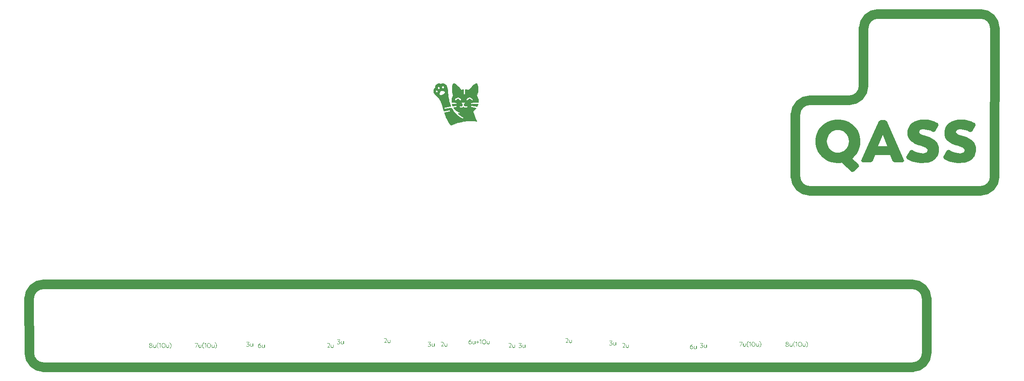
<source format=gbr>
%TF.GenerationSoftware,KiCad,Pcbnew,8.0.0*%
%TF.CreationDate,2024-02-25T16:00:07+01:00*%
%TF.ProjectId,QASS_PCB,51415353-5f50-4434-922e-6b696361645f,rev?*%
%TF.SameCoordinates,Original*%
%TF.FileFunction,Legend,Top*%
%TF.FilePolarity,Positive*%
%FSLAX46Y46*%
G04 Gerber Fmt 4.6, Leading zero omitted, Abs format (unit mm)*
G04 Created by KiCad (PCBNEW 8.0.0) date 2024-02-25 16:00:07*
%MOMM*%
%LPD*%
G01*
G04 APERTURE LIST*
%ADD10C,0.150000*%
%ADD11C,2.000000*%
%ADD12C,0.010000*%
G04 APERTURE END LIST*
D10*
G36*
X209445777Y-43364172D02*
G01*
X209924423Y-43429580D01*
X210382725Y-43536520D01*
X210818806Y-43683295D01*
X211230788Y-43868207D01*
X211616794Y-44089560D01*
X211974948Y-44345657D01*
X212455847Y-44791234D01*
X212863518Y-45305440D01*
X213091486Y-45683542D01*
X213282216Y-46087904D01*
X213433829Y-46516827D01*
X213544448Y-46968616D01*
X213612197Y-47441573D01*
X213635197Y-47934002D01*
X213604959Y-48487756D01*
X213516117Y-49017707D01*
X213371479Y-49520869D01*
X213173852Y-49994251D01*
X212926046Y-50434867D01*
X212630866Y-50839729D01*
X212291122Y-51205847D01*
X211909621Y-51530234D01*
X213307667Y-52776605D01*
X213320856Y-53218440D01*
X212274520Y-54315335D01*
X211834883Y-54326326D01*
X209742210Y-52424895D01*
X209403926Y-52465448D01*
X208948665Y-52486444D01*
X208695645Y-52480697D01*
X208202969Y-52435472D01*
X207729709Y-52346955D01*
X207277785Y-52217160D01*
X206849116Y-52048104D01*
X206445620Y-51841802D01*
X206069218Y-51600270D01*
X205721828Y-51325524D01*
X205405369Y-51019580D01*
X204992875Y-50506575D01*
X204762141Y-50131452D01*
X204569055Y-49732186D01*
X204415536Y-49310793D01*
X204303504Y-48869287D01*
X204234877Y-48409685D01*
X204211575Y-47934002D01*
X206629579Y-47934002D01*
X206674410Y-48413421D01*
X206803991Y-48859507D01*
X207010956Y-49262831D01*
X207287936Y-49613965D01*
X207627564Y-49903482D01*
X208022473Y-50121952D01*
X208465296Y-50259949D01*
X208948665Y-50308042D01*
X209307362Y-50281084D01*
X209751590Y-50165843D01*
X210150403Y-49968197D01*
X210574223Y-49618911D01*
X210844858Y-49268627D01*
X211046970Y-48865071D01*
X211173452Y-48417208D01*
X211217192Y-47934002D01*
X211173452Y-47438461D01*
X211046970Y-46981329D01*
X210844858Y-46571131D01*
X210574223Y-46216395D01*
X210242177Y-45925646D01*
X209855829Y-45707412D01*
X209422288Y-45570218D01*
X208948665Y-45522592D01*
X208465296Y-45570759D01*
X208022473Y-45709266D01*
X207627564Y-45929124D01*
X207287936Y-46221341D01*
X207010956Y-46576927D01*
X206803991Y-46986893D01*
X206674410Y-47442248D01*
X206629579Y-47934002D01*
X204211575Y-47934002D01*
X204234877Y-47451716D01*
X204303504Y-46986288D01*
X204415536Y-46539683D01*
X204569055Y-46113870D01*
X204762141Y-45710816D01*
X204992875Y-45332488D01*
X205259339Y-44980854D01*
X205559612Y-44657881D01*
X205891776Y-44365537D01*
X206253913Y-44105789D01*
X206644101Y-43880604D01*
X207060423Y-43691950D01*
X207500960Y-43541795D01*
X207963792Y-43432105D01*
X208447000Y-43364848D01*
X208948665Y-43341992D01*
X209445777Y-43364172D01*
G37*
G36*
X219179021Y-43720080D02*
G01*
X222845594Y-51965474D01*
X222605992Y-52345761D01*
X220779300Y-52345761D01*
X220414401Y-52097366D01*
X219908818Y-50798238D01*
X216721449Y-50798238D01*
X216218065Y-52097366D01*
X215853166Y-52345761D01*
X214050654Y-52345761D01*
X213811051Y-51965474D01*
X215154807Y-48984735D01*
X217301770Y-48984735D01*
X219330696Y-48984735D01*
X218321728Y-46601901D01*
X217301770Y-48984735D01*
X215154807Y-48984735D01*
X217528183Y-43720080D01*
X217893082Y-43482676D01*
X218814122Y-43482676D01*
X219179021Y-43720080D01*
G37*
G36*
X226688023Y-52486444D02*
G01*
X227279617Y-52458794D01*
X227820537Y-52376755D01*
X228309140Y-52241698D01*
X228743786Y-52054990D01*
X229122834Y-51818003D01*
X229538909Y-51426173D01*
X229849336Y-50950635D01*
X230010484Y-50541002D01*
X230108377Y-50087478D01*
X230141372Y-49591434D01*
X230103630Y-49104871D01*
X229988221Y-48665242D01*
X229791874Y-48269406D01*
X229511318Y-47914218D01*
X229143280Y-47596538D01*
X228684491Y-47313221D01*
X228278874Y-47121394D01*
X227818989Y-46945803D01*
X227481568Y-46837107D01*
X227043184Y-46699313D01*
X226620000Y-46551428D01*
X226187200Y-46347505D01*
X225945763Y-45976445D01*
X225945036Y-45944644D01*
X226166914Y-45550027D01*
X226605670Y-45416162D01*
X226940814Y-45397296D01*
X227439425Y-45434802D01*
X227881055Y-45526619D01*
X228318563Y-45670030D01*
X228743252Y-45861721D01*
X228919181Y-45957833D01*
X229347827Y-45843527D01*
X230053445Y-44577373D01*
X229952329Y-44148726D01*
X229552439Y-43923409D01*
X229132404Y-43732716D01*
X228690111Y-43578107D01*
X228223447Y-43461042D01*
X227730298Y-43382979D01*
X227208552Y-43345377D01*
X226991372Y-43341992D01*
X226418928Y-43370505D01*
X225888259Y-43454406D01*
X225402537Y-43591238D01*
X224964937Y-43778547D01*
X224578632Y-44013875D01*
X224148834Y-44398099D01*
X223823390Y-44857503D01*
X223609821Y-45386266D01*
X223527588Y-45824853D01*
X223511645Y-46135886D01*
X223547404Y-46615065D01*
X223657996Y-47042157D01*
X223909043Y-47510702D01*
X224206187Y-47839624D01*
X224594321Y-48133372D01*
X225078417Y-48397147D01*
X225507456Y-48578440D01*
X225995367Y-48747995D01*
X226171449Y-48802285D01*
X226596923Y-48932730D01*
X227018185Y-49079010D01*
X227425789Y-49271873D01*
X227719105Y-49612506D01*
X227745350Y-49809054D01*
X227568900Y-50227291D01*
X227148748Y-50409633D01*
X226850689Y-50433339D01*
X226336062Y-50408880D01*
X225872788Y-50334112D01*
X225445913Y-50206947D01*
X225040483Y-50025301D01*
X224641544Y-49787085D01*
X224507423Y-49694749D01*
X224078777Y-49782676D01*
X223272042Y-51125767D01*
X223373159Y-51567603D01*
X223813467Y-51821549D01*
X224283047Y-52037862D01*
X224781547Y-52214327D01*
X225308614Y-52348731D01*
X225750600Y-52424483D01*
X226210463Y-52470765D01*
X226688023Y-52486444D01*
G37*
G36*
X234460807Y-52486444D02*
G01*
X235052402Y-52458794D01*
X235593321Y-52376755D01*
X236081924Y-52241698D01*
X236516570Y-52054990D01*
X236895618Y-51818003D01*
X237311693Y-51426173D01*
X237622120Y-50950635D01*
X237783269Y-50541002D01*
X237881161Y-50087478D01*
X237914157Y-49591434D01*
X237876414Y-49104871D01*
X237761005Y-48665242D01*
X237564658Y-48269406D01*
X237284102Y-47914218D01*
X236916065Y-47596538D01*
X236457275Y-47313221D01*
X236051658Y-47121394D01*
X235591773Y-46945803D01*
X235254352Y-46837107D01*
X234815969Y-46699313D01*
X234392784Y-46551428D01*
X233959985Y-46347505D01*
X233718547Y-45976445D01*
X233717820Y-45944644D01*
X233939699Y-45550027D01*
X234378455Y-45416162D01*
X234713599Y-45397296D01*
X235212209Y-45434802D01*
X235653839Y-45526619D01*
X236091347Y-45670030D01*
X236516036Y-45861721D01*
X236691966Y-45957833D01*
X237120612Y-45843527D01*
X237826229Y-44577373D01*
X237725113Y-44148726D01*
X237325223Y-43923409D01*
X236905189Y-43732716D01*
X236462896Y-43578107D01*
X235996231Y-43461042D01*
X235503083Y-43382979D01*
X234981336Y-43345377D01*
X234764157Y-43341992D01*
X234191713Y-43370505D01*
X233661043Y-43454406D01*
X233175322Y-43591238D01*
X232737722Y-43778547D01*
X232351416Y-44013875D01*
X231921618Y-44398099D01*
X231596174Y-44857503D01*
X231382605Y-45386266D01*
X231300372Y-45824853D01*
X231284429Y-46135886D01*
X231320188Y-46615065D01*
X231430780Y-47042157D01*
X231681828Y-47510702D01*
X231978971Y-47839624D01*
X232367105Y-48133372D01*
X232851201Y-48397147D01*
X233280240Y-48578440D01*
X233768151Y-48747995D01*
X233944234Y-48802285D01*
X234369707Y-48932730D01*
X234790969Y-49079010D01*
X235198573Y-49271873D01*
X235491890Y-49612506D01*
X235518135Y-49809054D01*
X235341684Y-50227291D01*
X234921532Y-50409633D01*
X234623473Y-50433339D01*
X234108846Y-50408880D01*
X233645572Y-50334112D01*
X233218697Y-50206947D01*
X232813267Y-50025301D01*
X232414329Y-49787085D01*
X232280207Y-49694749D01*
X231851561Y-49782676D01*
X231044827Y-51125767D01*
X231145943Y-51567603D01*
X231586252Y-51821549D01*
X232055832Y-52037862D01*
X232554331Y-52214327D01*
X233081399Y-52348731D01*
X233523384Y-52424483D01*
X233983247Y-52470765D01*
X234460807Y-52486444D01*
G37*
D11*
X39141792Y-80985897D02*
G75*
G02*
X42141792Y-77985908I2999992J-3D01*
G01*
X238868968Y-21133601D02*
X217335788Y-21133601D01*
X227558040Y-80985897D02*
X227581480Y-92398773D01*
X203024860Y-58340601D02*
G75*
G02*
X200024899Y-55340601I40J3000001D01*
G01*
X214335788Y-24133601D02*
X214312348Y-36290617D01*
X238868968Y-21133601D02*
G75*
G02*
X241868911Y-24133601I32J-2999911D01*
G01*
X211312348Y-39290617D02*
X203024860Y-39290617D01*
X241845528Y-55340601D02*
G75*
G02*
X238845528Y-58340668I-3000068J1D01*
G01*
X42141792Y-77985897D02*
X224558040Y-77985897D01*
X42165232Y-95398773D02*
G75*
G02*
X39165267Y-92398773I-8J2999957D01*
G01*
X214335788Y-24133601D02*
G75*
G02*
X217335788Y-21133560I3000052J-11D01*
G01*
X241845528Y-55340601D02*
X241868968Y-24133601D01*
X203024860Y-58340601D02*
X238845528Y-58340601D01*
X224581480Y-95398773D02*
X42165232Y-95398773D01*
X227581480Y-92398773D02*
G75*
G02*
X224581480Y-95398740I-2999924J-43D01*
G01*
X200024860Y-42290617D02*
X200024860Y-55340601D01*
X224558040Y-77985897D02*
G75*
G02*
X227558019Y-80985897I-24J-3000003D01*
G01*
X200024860Y-42290617D02*
G75*
G02*
X203024860Y-39290660I2999940J17D01*
G01*
X39165232Y-92398773D02*
X39141792Y-80985897D01*
X214312348Y-36290617D02*
G75*
G02*
X211312348Y-39290548I-2999948J17D01*
G01*
D10*
G36*
X139790858Y-91317625D02*
G01*
X140374842Y-91317625D01*
X140395847Y-91296864D01*
X140395847Y-91249237D01*
X140374842Y-91228232D01*
X139967201Y-91228232D01*
X140008993Y-91194992D01*
X140048439Y-91160993D01*
X140086085Y-91125736D01*
X140121186Y-91090551D01*
X140160507Y-91048886D01*
X140168946Y-91039676D01*
X140206828Y-90996573D01*
X140240216Y-90954952D01*
X140269276Y-90914656D01*
X140301583Y-90862726D01*
X140326894Y-90812513D01*
X140345607Y-90763651D01*
X140358120Y-90715774D01*
X140365647Y-90656754D01*
X140366294Y-90633256D01*
X140363002Y-90581607D01*
X140353251Y-90533618D01*
X140330527Y-90475860D01*
X140297096Y-90425895D01*
X140253402Y-90384458D01*
X140199890Y-90352284D01*
X140153579Y-90334676D01*
X140102182Y-90323002D01*
X140045886Y-90317574D01*
X140026064Y-90317206D01*
X139975572Y-90319353D01*
X139920185Y-90326872D01*
X139870592Y-90338562D01*
X139820224Y-90355743D01*
X139772784Y-90377534D01*
X139764235Y-90405622D01*
X139785240Y-90449097D01*
X139813328Y-90459111D01*
X139858401Y-90438882D01*
X139907462Y-90422949D01*
X139958202Y-90412880D01*
X140008058Y-90408616D01*
X140026064Y-90408308D01*
X140078093Y-90412444D01*
X140135457Y-90428685D01*
X140183478Y-90456256D01*
X140221277Y-90494118D01*
X140247977Y-90541230D01*
X140262701Y-90596553D01*
X140265422Y-90633256D01*
X140262054Y-90683292D01*
X140250387Y-90734712D01*
X140230136Y-90787862D01*
X140207562Y-90831862D01*
X140179166Y-90877368D01*
X140144802Y-90924559D01*
X140104323Y-90973612D01*
X140093230Y-90986187D01*
X140059125Y-91023154D01*
X140014263Y-91068101D01*
X139970617Y-91108298D01*
X139928750Y-91143972D01*
X139889227Y-91175353D01*
X139843977Y-91208891D01*
X139797224Y-91241383D01*
X139783775Y-91250458D01*
X139769853Y-91275859D01*
X139769853Y-91296864D01*
X139790858Y-91317625D01*
G37*
G36*
X141130286Y-90676731D02*
G01*
X141072889Y-90676731D01*
X141051884Y-90697736D01*
X141051884Y-91035280D01*
X141044111Y-91088168D01*
X141022363Y-91139685D01*
X140986524Y-91184903D01*
X140945811Y-91214220D01*
X140895166Y-91232890D01*
X140847452Y-91238246D01*
X140796156Y-91231947D01*
X140743761Y-91208686D01*
X140702566Y-91169854D01*
X140677712Y-91126793D01*
X140662258Y-91075021D01*
X140656943Y-91015496D01*
X140656943Y-90697736D01*
X140635938Y-90676731D01*
X140578541Y-90676731D01*
X140557536Y-90697736D01*
X140557536Y-91033814D01*
X140560445Y-91082908D01*
X140573026Y-91142828D01*
X140594936Y-91195800D01*
X140625498Y-91241152D01*
X140664037Y-91278212D01*
X140709878Y-91306306D01*
X140762345Y-91324763D01*
X140820762Y-91332909D01*
X140836217Y-91333256D01*
X140893775Y-91327642D01*
X140944899Y-91311940D01*
X140989029Y-91287859D01*
X141030927Y-91251456D01*
X141061653Y-91208692D01*
X141064340Y-91296864D01*
X141085345Y-91317625D01*
X141130286Y-91317625D01*
X141151290Y-91296864D01*
X141151290Y-90697736D01*
X141130286Y-90676731D01*
G37*
G36*
X163666858Y-91317625D02*
G01*
X164250842Y-91317625D01*
X164271847Y-91296864D01*
X164271847Y-91249237D01*
X164250842Y-91228232D01*
X163843201Y-91228232D01*
X163884993Y-91194992D01*
X163924439Y-91160993D01*
X163962085Y-91125736D01*
X163997186Y-91090551D01*
X164036507Y-91048886D01*
X164044946Y-91039676D01*
X164082828Y-90996573D01*
X164116216Y-90954952D01*
X164145276Y-90914656D01*
X164177583Y-90862726D01*
X164202894Y-90812513D01*
X164221607Y-90763651D01*
X164234120Y-90715774D01*
X164241647Y-90656754D01*
X164242294Y-90633256D01*
X164239002Y-90581607D01*
X164229251Y-90533618D01*
X164206527Y-90475860D01*
X164173096Y-90425895D01*
X164129402Y-90384458D01*
X164075890Y-90352284D01*
X164029579Y-90334676D01*
X163978182Y-90323002D01*
X163921886Y-90317574D01*
X163902064Y-90317206D01*
X163851572Y-90319353D01*
X163796185Y-90326872D01*
X163746592Y-90338562D01*
X163696224Y-90355743D01*
X163648784Y-90377534D01*
X163640235Y-90405622D01*
X163661240Y-90449097D01*
X163689328Y-90459111D01*
X163734401Y-90438882D01*
X163783462Y-90422949D01*
X163834202Y-90412880D01*
X163884058Y-90408616D01*
X163902064Y-90408308D01*
X163954093Y-90412444D01*
X164011457Y-90428685D01*
X164059478Y-90456256D01*
X164097277Y-90494118D01*
X164123977Y-90541230D01*
X164138701Y-90596553D01*
X164141422Y-90633256D01*
X164138054Y-90683292D01*
X164126387Y-90734712D01*
X164106136Y-90787862D01*
X164083562Y-90831862D01*
X164055166Y-90877368D01*
X164020802Y-90924559D01*
X163980323Y-90973612D01*
X163969230Y-90986187D01*
X163935125Y-91023154D01*
X163890263Y-91068101D01*
X163846617Y-91108298D01*
X163804750Y-91143972D01*
X163765227Y-91175353D01*
X163719977Y-91208891D01*
X163673224Y-91241383D01*
X163659775Y-91250458D01*
X163645853Y-91275859D01*
X163645853Y-91296864D01*
X163666858Y-91317625D01*
G37*
G36*
X165006286Y-90676731D02*
G01*
X164948889Y-90676731D01*
X164927884Y-90697736D01*
X164927884Y-91035280D01*
X164920111Y-91088168D01*
X164898363Y-91139685D01*
X164862524Y-91184903D01*
X164821811Y-91214220D01*
X164771166Y-91232890D01*
X164723452Y-91238246D01*
X164672156Y-91231947D01*
X164619761Y-91208686D01*
X164578566Y-91169854D01*
X164553712Y-91126793D01*
X164538258Y-91075021D01*
X164532943Y-91015496D01*
X164532943Y-90697736D01*
X164511938Y-90676731D01*
X164454541Y-90676731D01*
X164433536Y-90697736D01*
X164433536Y-91033814D01*
X164436445Y-91082908D01*
X164449026Y-91142828D01*
X164470936Y-91195800D01*
X164501498Y-91241152D01*
X164540037Y-91278212D01*
X164585878Y-91306306D01*
X164638345Y-91324763D01*
X164696762Y-91332909D01*
X164712217Y-91333256D01*
X164769775Y-91327642D01*
X164820899Y-91311940D01*
X164865029Y-91287859D01*
X164906927Y-91251456D01*
X164937653Y-91208692D01*
X164940340Y-91296864D01*
X164961345Y-91317625D01*
X165006286Y-91317625D01*
X165027290Y-91296864D01*
X165027290Y-90697736D01*
X165006286Y-90676731D01*
G37*
G36*
X151728858Y-90301625D02*
G01*
X152312842Y-90301625D01*
X152333847Y-90280864D01*
X152333847Y-90233237D01*
X152312842Y-90212232D01*
X151905201Y-90212232D01*
X151946993Y-90178992D01*
X151986439Y-90144993D01*
X152024085Y-90109736D01*
X152059186Y-90074551D01*
X152098507Y-90032886D01*
X152106946Y-90023676D01*
X152144828Y-89980573D01*
X152178216Y-89938952D01*
X152207276Y-89898656D01*
X152239583Y-89846726D01*
X152264894Y-89796513D01*
X152283607Y-89747651D01*
X152296120Y-89699774D01*
X152303647Y-89640754D01*
X152304294Y-89617256D01*
X152301002Y-89565607D01*
X152291251Y-89517618D01*
X152268527Y-89459860D01*
X152235096Y-89409895D01*
X152191402Y-89368458D01*
X152137890Y-89336284D01*
X152091579Y-89318676D01*
X152040182Y-89307002D01*
X151983886Y-89301574D01*
X151964064Y-89301206D01*
X151913572Y-89303353D01*
X151858185Y-89310872D01*
X151808592Y-89322562D01*
X151758224Y-89339743D01*
X151710784Y-89361534D01*
X151702235Y-89389622D01*
X151723240Y-89433097D01*
X151751328Y-89443111D01*
X151796401Y-89422882D01*
X151845462Y-89406949D01*
X151896202Y-89396880D01*
X151946058Y-89392616D01*
X151964064Y-89392308D01*
X152016093Y-89396444D01*
X152073457Y-89412685D01*
X152121478Y-89440256D01*
X152159277Y-89478118D01*
X152185977Y-89525230D01*
X152200701Y-89580553D01*
X152203422Y-89617256D01*
X152200054Y-89667292D01*
X152188387Y-89718712D01*
X152168136Y-89771862D01*
X152145562Y-89815862D01*
X152117166Y-89861368D01*
X152082802Y-89908559D01*
X152042323Y-89957612D01*
X152031230Y-89970187D01*
X151997125Y-90007154D01*
X151952263Y-90052101D01*
X151908617Y-90092298D01*
X151866750Y-90127972D01*
X151827227Y-90159353D01*
X151781977Y-90192891D01*
X151735224Y-90225383D01*
X151721775Y-90234458D01*
X151707853Y-90259859D01*
X151707853Y-90280864D01*
X151728858Y-90301625D01*
G37*
G36*
X153068286Y-89660731D02*
G01*
X153010889Y-89660731D01*
X152989884Y-89681736D01*
X152989884Y-90019280D01*
X152982111Y-90072168D01*
X152960363Y-90123685D01*
X152924524Y-90168903D01*
X152883811Y-90198220D01*
X152833166Y-90216890D01*
X152785452Y-90222246D01*
X152734156Y-90215947D01*
X152681761Y-90192686D01*
X152640566Y-90153854D01*
X152615712Y-90110793D01*
X152600258Y-90059021D01*
X152594943Y-89999496D01*
X152594943Y-89681736D01*
X152573938Y-89660731D01*
X152516541Y-89660731D01*
X152495536Y-89681736D01*
X152495536Y-90017814D01*
X152498445Y-90066908D01*
X152511026Y-90126828D01*
X152532936Y-90179800D01*
X152563498Y-90225152D01*
X152602037Y-90262212D01*
X152647878Y-90290306D01*
X152700345Y-90308763D01*
X152758762Y-90316909D01*
X152774217Y-90317256D01*
X152831775Y-90311642D01*
X152882899Y-90295940D01*
X152927029Y-90271859D01*
X152968927Y-90235456D01*
X152999653Y-90192692D01*
X153002340Y-90280864D01*
X153023345Y-90301625D01*
X153068286Y-90301625D01*
X153089290Y-90280864D01*
X153089290Y-89681736D01*
X153068286Y-89660731D01*
G37*
G36*
X180355161Y-90723626D02*
G01*
X180309000Y-90726557D01*
X180600137Y-90410018D01*
X180609907Y-90383396D01*
X180609907Y-90353842D01*
X180588902Y-90332837D01*
X180035936Y-90332837D01*
X180014931Y-90353842D01*
X180014931Y-90401470D01*
X180035936Y-90422474D01*
X180474108Y-90422474D01*
X180154882Y-90768567D01*
X180150730Y-90796655D01*
X180159034Y-90817659D01*
X180187122Y-90828895D01*
X180237297Y-90814696D01*
X180288242Y-90807284D01*
X180310221Y-90806424D01*
X180364396Y-90810007D01*
X180412249Y-90820659D01*
X180462751Y-90843698D01*
X180502398Y-90877280D01*
X180530648Y-90921126D01*
X180546957Y-90974957D01*
X180551044Y-91025022D01*
X180543892Y-91082008D01*
X180522950Y-91132381D01*
X180488989Y-91174895D01*
X180442781Y-91208301D01*
X180397515Y-91227632D01*
X180345299Y-91239699D01*
X180286529Y-91243863D01*
X180231628Y-91240712D01*
X180183330Y-91232258D01*
X180135137Y-91217690D01*
X180090530Y-91197747D01*
X180068176Y-91185001D01*
X180040088Y-91191839D01*
X180014931Y-91242398D01*
X180023235Y-91270486D01*
X180072307Y-91294086D01*
X180123375Y-91311763D01*
X180176721Y-91324010D01*
X180228265Y-91330768D01*
X180286529Y-91333256D01*
X180349552Y-91329921D01*
X180407046Y-91320147D01*
X180458863Y-91304287D01*
X180504858Y-91282689D01*
X180556875Y-91245573D01*
X180597936Y-91199710D01*
X180627694Y-91145929D01*
X180645803Y-91085062D01*
X180651532Y-91035261D01*
X180651916Y-91017939D01*
X180648695Y-90966658D01*
X180634840Y-90905543D01*
X180610885Y-90852907D01*
X180577731Y-90808951D01*
X180536280Y-90773874D01*
X180487434Y-90747879D01*
X180432094Y-90731163D01*
X180371162Y-90723929D01*
X180355161Y-90723626D01*
G37*
G36*
X181388309Y-90676731D02*
G01*
X181330912Y-90676731D01*
X181309907Y-90697736D01*
X181309907Y-91035280D01*
X181302134Y-91088168D01*
X181280386Y-91139685D01*
X181244547Y-91184903D01*
X181203834Y-91214220D01*
X181153189Y-91232890D01*
X181105475Y-91238246D01*
X181054179Y-91231947D01*
X181001784Y-91208686D01*
X180960589Y-91169854D01*
X180935735Y-91126793D01*
X180920281Y-91075021D01*
X180914966Y-91015496D01*
X180914966Y-90697736D01*
X180893961Y-90676731D01*
X180836564Y-90676731D01*
X180815559Y-90697736D01*
X180815559Y-91033814D01*
X180818468Y-91082908D01*
X180831049Y-91142828D01*
X180852959Y-91195800D01*
X180883521Y-91241152D01*
X180922060Y-91278212D01*
X180967901Y-91306306D01*
X181020368Y-91324763D01*
X181078785Y-91332909D01*
X181094240Y-91333256D01*
X181151798Y-91327642D01*
X181202922Y-91311940D01*
X181247052Y-91287859D01*
X181288950Y-91251456D01*
X181319676Y-91208692D01*
X181322363Y-91296864D01*
X181343368Y-91317625D01*
X181388309Y-91317625D01*
X181409314Y-91296864D01*
X181409314Y-90697736D01*
X181388309Y-90676731D01*
G37*
G36*
X161305161Y-90215626D02*
G01*
X161259000Y-90218557D01*
X161550137Y-89902018D01*
X161559907Y-89875396D01*
X161559907Y-89845842D01*
X161538902Y-89824837D01*
X160985936Y-89824837D01*
X160964931Y-89845842D01*
X160964931Y-89893470D01*
X160985936Y-89914474D01*
X161424108Y-89914474D01*
X161104882Y-90260567D01*
X161100730Y-90288655D01*
X161109034Y-90309659D01*
X161137122Y-90320895D01*
X161187297Y-90306696D01*
X161238242Y-90299284D01*
X161260221Y-90298424D01*
X161314396Y-90302007D01*
X161362249Y-90312659D01*
X161412751Y-90335698D01*
X161452398Y-90369280D01*
X161480648Y-90413126D01*
X161496957Y-90466957D01*
X161501044Y-90517022D01*
X161493892Y-90574008D01*
X161472950Y-90624381D01*
X161438989Y-90666895D01*
X161392781Y-90700301D01*
X161347515Y-90719632D01*
X161295299Y-90731699D01*
X161236529Y-90735863D01*
X161181628Y-90732712D01*
X161133330Y-90724258D01*
X161085137Y-90709690D01*
X161040530Y-90689747D01*
X161018176Y-90677001D01*
X160990088Y-90683839D01*
X160964931Y-90734398D01*
X160973235Y-90762486D01*
X161022307Y-90786086D01*
X161073375Y-90803763D01*
X161126721Y-90816010D01*
X161178265Y-90822768D01*
X161236529Y-90825256D01*
X161299552Y-90821921D01*
X161357046Y-90812147D01*
X161408863Y-90796287D01*
X161454858Y-90774689D01*
X161506875Y-90737573D01*
X161547936Y-90691710D01*
X161577694Y-90637929D01*
X161595803Y-90577062D01*
X161601532Y-90527261D01*
X161601916Y-90509939D01*
X161598695Y-90458658D01*
X161584840Y-90397543D01*
X161560885Y-90344907D01*
X161527731Y-90300951D01*
X161486280Y-90265874D01*
X161437434Y-90239879D01*
X161382094Y-90223163D01*
X161321162Y-90215929D01*
X161305161Y-90215626D01*
G37*
G36*
X162338309Y-90168731D02*
G01*
X162280912Y-90168731D01*
X162259907Y-90189736D01*
X162259907Y-90527280D01*
X162252134Y-90580168D01*
X162230386Y-90631685D01*
X162194547Y-90676903D01*
X162153834Y-90706220D01*
X162103189Y-90724890D01*
X162055475Y-90730246D01*
X162004179Y-90723947D01*
X161951784Y-90700686D01*
X161910589Y-90661854D01*
X161885735Y-90618793D01*
X161870281Y-90567021D01*
X161864966Y-90507496D01*
X161864966Y-90189736D01*
X161843961Y-90168731D01*
X161786564Y-90168731D01*
X161765559Y-90189736D01*
X161765559Y-90525814D01*
X161768468Y-90574908D01*
X161781049Y-90634828D01*
X161802959Y-90687800D01*
X161833521Y-90733152D01*
X161872060Y-90770212D01*
X161917901Y-90798306D01*
X161970368Y-90816763D01*
X162028785Y-90824909D01*
X162044240Y-90825256D01*
X162101798Y-90819642D01*
X162152922Y-90803940D01*
X162197052Y-90779859D01*
X162238950Y-90743456D01*
X162269676Y-90700692D01*
X162272363Y-90788864D01*
X162293368Y-90809625D01*
X162338309Y-90809625D01*
X162359314Y-90788864D01*
X162359314Y-90189736D01*
X162338309Y-90168731D01*
G37*
G36*
X142255161Y-90723626D02*
G01*
X142209000Y-90726557D01*
X142500137Y-90410018D01*
X142509907Y-90383396D01*
X142509907Y-90353842D01*
X142488902Y-90332837D01*
X141935936Y-90332837D01*
X141914931Y-90353842D01*
X141914931Y-90401470D01*
X141935936Y-90422474D01*
X142374108Y-90422474D01*
X142054882Y-90768567D01*
X142050730Y-90796655D01*
X142059034Y-90817659D01*
X142087122Y-90828895D01*
X142137297Y-90814696D01*
X142188242Y-90807284D01*
X142210221Y-90806424D01*
X142264396Y-90810007D01*
X142312249Y-90820659D01*
X142362751Y-90843698D01*
X142402398Y-90877280D01*
X142430648Y-90921126D01*
X142446957Y-90974957D01*
X142451044Y-91025022D01*
X142443892Y-91082008D01*
X142422950Y-91132381D01*
X142388989Y-91174895D01*
X142342781Y-91208301D01*
X142297515Y-91227632D01*
X142245299Y-91239699D01*
X142186529Y-91243863D01*
X142131628Y-91240712D01*
X142083330Y-91232258D01*
X142035137Y-91217690D01*
X141990530Y-91197747D01*
X141968176Y-91185001D01*
X141940088Y-91191839D01*
X141914931Y-91242398D01*
X141923235Y-91270486D01*
X141972307Y-91294086D01*
X142023375Y-91311763D01*
X142076721Y-91324010D01*
X142128265Y-91330768D01*
X142186529Y-91333256D01*
X142249552Y-91329921D01*
X142307046Y-91320147D01*
X142358863Y-91304287D01*
X142404858Y-91282689D01*
X142456875Y-91245573D01*
X142497936Y-91199710D01*
X142527694Y-91145929D01*
X142545803Y-91085062D01*
X142551532Y-91035261D01*
X142551916Y-91017939D01*
X142548695Y-90966658D01*
X142534840Y-90905543D01*
X142510885Y-90852907D01*
X142477731Y-90808951D01*
X142436280Y-90773874D01*
X142387434Y-90747879D01*
X142332094Y-90731163D01*
X142271162Y-90723929D01*
X142255161Y-90723626D01*
G37*
G36*
X143288309Y-90676731D02*
G01*
X143230912Y-90676731D01*
X143209907Y-90697736D01*
X143209907Y-91035280D01*
X143202134Y-91088168D01*
X143180386Y-91139685D01*
X143144547Y-91184903D01*
X143103834Y-91214220D01*
X143053189Y-91232890D01*
X143005475Y-91238246D01*
X142954179Y-91231947D01*
X142901784Y-91208686D01*
X142860589Y-91169854D01*
X142835735Y-91126793D01*
X142820281Y-91075021D01*
X142814966Y-91015496D01*
X142814966Y-90697736D01*
X142793961Y-90676731D01*
X142736564Y-90676731D01*
X142715559Y-90697736D01*
X142715559Y-91033814D01*
X142718468Y-91082908D01*
X142731049Y-91142828D01*
X142752959Y-91195800D01*
X142783521Y-91241152D01*
X142822060Y-91278212D01*
X142867901Y-91306306D01*
X142920368Y-91324763D01*
X142978785Y-91332909D01*
X142994240Y-91333256D01*
X143051798Y-91327642D01*
X143102922Y-91311940D01*
X143147052Y-91287859D01*
X143188950Y-91251456D01*
X143219676Y-91208692D01*
X143222363Y-91296864D01*
X143243368Y-91317625D01*
X143288309Y-91317625D01*
X143309314Y-91296864D01*
X143309314Y-90697736D01*
X143288309Y-90676731D01*
G37*
G36*
X123205161Y-90469626D02*
G01*
X123159000Y-90472557D01*
X123450137Y-90156018D01*
X123459907Y-90129396D01*
X123459907Y-90099842D01*
X123438902Y-90078837D01*
X122885936Y-90078837D01*
X122864931Y-90099842D01*
X122864931Y-90147470D01*
X122885936Y-90168474D01*
X123324108Y-90168474D01*
X123004882Y-90514567D01*
X123000730Y-90542655D01*
X123009034Y-90563659D01*
X123037122Y-90574895D01*
X123087297Y-90560696D01*
X123138242Y-90553284D01*
X123160221Y-90552424D01*
X123214396Y-90556007D01*
X123262249Y-90566659D01*
X123312751Y-90589698D01*
X123352398Y-90623280D01*
X123380648Y-90667126D01*
X123396957Y-90720957D01*
X123401044Y-90771022D01*
X123393892Y-90828008D01*
X123372950Y-90878381D01*
X123338989Y-90920895D01*
X123292781Y-90954301D01*
X123247515Y-90973632D01*
X123195299Y-90985699D01*
X123136529Y-90989863D01*
X123081628Y-90986712D01*
X123033330Y-90978258D01*
X122985137Y-90963690D01*
X122940530Y-90943747D01*
X122918176Y-90931001D01*
X122890088Y-90937839D01*
X122864931Y-90988398D01*
X122873235Y-91016486D01*
X122922307Y-91040086D01*
X122973375Y-91057763D01*
X123026721Y-91070010D01*
X123078265Y-91076768D01*
X123136529Y-91079256D01*
X123199552Y-91075921D01*
X123257046Y-91066147D01*
X123308863Y-91050287D01*
X123354858Y-91028689D01*
X123406875Y-90991573D01*
X123447936Y-90945710D01*
X123477694Y-90891929D01*
X123495803Y-90831062D01*
X123501532Y-90781261D01*
X123501916Y-90763939D01*
X123498695Y-90712658D01*
X123484840Y-90651543D01*
X123460885Y-90598907D01*
X123427731Y-90554951D01*
X123386280Y-90519874D01*
X123337434Y-90493879D01*
X123282094Y-90477163D01*
X123221162Y-90469929D01*
X123205161Y-90469626D01*
G37*
G36*
X124238309Y-90422731D02*
G01*
X124180912Y-90422731D01*
X124159907Y-90443736D01*
X124159907Y-90781280D01*
X124152134Y-90834168D01*
X124130386Y-90885685D01*
X124094547Y-90930903D01*
X124053834Y-90960220D01*
X124003189Y-90978890D01*
X123955475Y-90984246D01*
X123904179Y-90977947D01*
X123851784Y-90954686D01*
X123810589Y-90915854D01*
X123785735Y-90872793D01*
X123770281Y-90821021D01*
X123764966Y-90761496D01*
X123764966Y-90443736D01*
X123743961Y-90422731D01*
X123686564Y-90422731D01*
X123665559Y-90443736D01*
X123665559Y-90779814D01*
X123668468Y-90828908D01*
X123681049Y-90888828D01*
X123702959Y-90941800D01*
X123733521Y-90987152D01*
X123772060Y-91024212D01*
X123817901Y-91052306D01*
X123870368Y-91070763D01*
X123928785Y-91078909D01*
X123944240Y-91079256D01*
X124001798Y-91073642D01*
X124052922Y-91057940D01*
X124097052Y-91033859D01*
X124138950Y-90997456D01*
X124169676Y-90954692D01*
X124172363Y-91042864D01*
X124193368Y-91063625D01*
X124238309Y-91063625D01*
X124259314Y-91042864D01*
X124259314Y-90443736D01*
X124238309Y-90422731D01*
G37*
G36*
X85105161Y-90469626D02*
G01*
X85059000Y-90472557D01*
X85350137Y-90156018D01*
X85359907Y-90129396D01*
X85359907Y-90099842D01*
X85338902Y-90078837D01*
X84785936Y-90078837D01*
X84764931Y-90099842D01*
X84764931Y-90147470D01*
X84785936Y-90168474D01*
X85224108Y-90168474D01*
X84904882Y-90514567D01*
X84900730Y-90542655D01*
X84909034Y-90563659D01*
X84937122Y-90574895D01*
X84987297Y-90560696D01*
X85038242Y-90553284D01*
X85060221Y-90552424D01*
X85114396Y-90556007D01*
X85162249Y-90566659D01*
X85212751Y-90589698D01*
X85252398Y-90623280D01*
X85280648Y-90667126D01*
X85296957Y-90720957D01*
X85301044Y-90771022D01*
X85293892Y-90828008D01*
X85272950Y-90878381D01*
X85238989Y-90920895D01*
X85192781Y-90954301D01*
X85147515Y-90973632D01*
X85095299Y-90985699D01*
X85036529Y-90989863D01*
X84981628Y-90986712D01*
X84933330Y-90978258D01*
X84885137Y-90963690D01*
X84840530Y-90943747D01*
X84818176Y-90931001D01*
X84790088Y-90937839D01*
X84764931Y-90988398D01*
X84773235Y-91016486D01*
X84822307Y-91040086D01*
X84873375Y-91057763D01*
X84926721Y-91070010D01*
X84978265Y-91076768D01*
X85036529Y-91079256D01*
X85099552Y-91075921D01*
X85157046Y-91066147D01*
X85208863Y-91050287D01*
X85254858Y-91028689D01*
X85306875Y-90991573D01*
X85347936Y-90945710D01*
X85377694Y-90891929D01*
X85395803Y-90831062D01*
X85401532Y-90781261D01*
X85401916Y-90763939D01*
X85398695Y-90712658D01*
X85384840Y-90651543D01*
X85360885Y-90598907D01*
X85327731Y-90554951D01*
X85286280Y-90519874D01*
X85237434Y-90493879D01*
X85182094Y-90477163D01*
X85121162Y-90469929D01*
X85105161Y-90469626D01*
G37*
G36*
X86138309Y-90422731D02*
G01*
X86080912Y-90422731D01*
X86059907Y-90443736D01*
X86059907Y-90781280D01*
X86052134Y-90834168D01*
X86030386Y-90885685D01*
X85994547Y-90930903D01*
X85953834Y-90960220D01*
X85903189Y-90978890D01*
X85855475Y-90984246D01*
X85804179Y-90977947D01*
X85751784Y-90954686D01*
X85710589Y-90915854D01*
X85685735Y-90872793D01*
X85670281Y-90821021D01*
X85664966Y-90761496D01*
X85664966Y-90443736D01*
X85643961Y-90422731D01*
X85586564Y-90422731D01*
X85565559Y-90443736D01*
X85565559Y-90779814D01*
X85568468Y-90828908D01*
X85581049Y-90888828D01*
X85602959Y-90941800D01*
X85633521Y-90987152D01*
X85672060Y-91024212D01*
X85717901Y-91052306D01*
X85770368Y-91070763D01*
X85828785Y-91078909D01*
X85844240Y-91079256D01*
X85901798Y-91073642D01*
X85952922Y-91057940D01*
X85997052Y-91033859D01*
X86038950Y-90997456D01*
X86069676Y-90954692D01*
X86072363Y-91042864D01*
X86093368Y-91063625D01*
X86138309Y-91063625D01*
X86159314Y-91042864D01*
X86159314Y-90443736D01*
X86138309Y-90422731D01*
G37*
G36*
X104155161Y-89961626D02*
G01*
X104109000Y-89964557D01*
X104400137Y-89648018D01*
X104409907Y-89621396D01*
X104409907Y-89591842D01*
X104388902Y-89570837D01*
X103835936Y-89570837D01*
X103814931Y-89591842D01*
X103814931Y-89639470D01*
X103835936Y-89660474D01*
X104274108Y-89660474D01*
X103954882Y-90006567D01*
X103950730Y-90034655D01*
X103959034Y-90055659D01*
X103987122Y-90066895D01*
X104037297Y-90052696D01*
X104088242Y-90045284D01*
X104110221Y-90044424D01*
X104164396Y-90048007D01*
X104212249Y-90058659D01*
X104262751Y-90081698D01*
X104302398Y-90115280D01*
X104330648Y-90159126D01*
X104346957Y-90212957D01*
X104351044Y-90263022D01*
X104343892Y-90320008D01*
X104322950Y-90370381D01*
X104288989Y-90412895D01*
X104242781Y-90446301D01*
X104197515Y-90465632D01*
X104145299Y-90477699D01*
X104086529Y-90481863D01*
X104031628Y-90478712D01*
X103983330Y-90470258D01*
X103935137Y-90455690D01*
X103890530Y-90435747D01*
X103868176Y-90423001D01*
X103840088Y-90429839D01*
X103814931Y-90480398D01*
X103823235Y-90508486D01*
X103872307Y-90532086D01*
X103923375Y-90549763D01*
X103976721Y-90562010D01*
X104028265Y-90568768D01*
X104086529Y-90571256D01*
X104149552Y-90567921D01*
X104207046Y-90558147D01*
X104258863Y-90542287D01*
X104304858Y-90520689D01*
X104356875Y-90483573D01*
X104397936Y-90437710D01*
X104427694Y-90383929D01*
X104445803Y-90323062D01*
X104451532Y-90273261D01*
X104451916Y-90255939D01*
X104448695Y-90204658D01*
X104434840Y-90143543D01*
X104410885Y-90090907D01*
X104377731Y-90046951D01*
X104336280Y-90011874D01*
X104287434Y-89985879D01*
X104232094Y-89969163D01*
X104171162Y-89961929D01*
X104155161Y-89961626D01*
G37*
G36*
X105188309Y-89914731D02*
G01*
X105130912Y-89914731D01*
X105109907Y-89935736D01*
X105109907Y-90273280D01*
X105102134Y-90326168D01*
X105080386Y-90377685D01*
X105044547Y-90422903D01*
X105003834Y-90452220D01*
X104953189Y-90470890D01*
X104905475Y-90476246D01*
X104854179Y-90469947D01*
X104801784Y-90446686D01*
X104760589Y-90407854D01*
X104735735Y-90364793D01*
X104720281Y-90313021D01*
X104714966Y-90253496D01*
X104714966Y-89935736D01*
X104693961Y-89914731D01*
X104636564Y-89914731D01*
X104615559Y-89935736D01*
X104615559Y-90271814D01*
X104618468Y-90320908D01*
X104631049Y-90380828D01*
X104652959Y-90433800D01*
X104683521Y-90479152D01*
X104722060Y-90516212D01*
X104767901Y-90544306D01*
X104820368Y-90562763D01*
X104878785Y-90570909D01*
X104894240Y-90571256D01*
X104951798Y-90565642D01*
X105002922Y-90549940D01*
X105047052Y-90525859D01*
X105088950Y-90489456D01*
X105119676Y-90446692D01*
X105122363Y-90534864D01*
X105143368Y-90555625D01*
X105188309Y-90555625D01*
X105209314Y-90534864D01*
X105209314Y-89935736D01*
X105188309Y-89914731D01*
G37*
G36*
X64741208Y-90321725D02*
G01*
X64798922Y-90334948D01*
X64850018Y-90356374D01*
X64893673Y-90385502D01*
X64929061Y-90421832D01*
X64955359Y-90464862D01*
X64971742Y-90514092D01*
X64977387Y-90569020D01*
X64976719Y-90587573D01*
X64966953Y-90639305D01*
X64946187Y-90684764D01*
X64915253Y-90723458D01*
X64874980Y-90754895D01*
X64826200Y-90778581D01*
X64857154Y-90789522D01*
X64904198Y-90814171D01*
X64944641Y-90846674D01*
X64977421Y-90886840D01*
X65001476Y-90934479D01*
X65015743Y-90989401D01*
X65019397Y-91038455D01*
X65016168Y-91085291D01*
X65001987Y-91143182D01*
X64976823Y-91195051D01*
X64941010Y-91240006D01*
X64894878Y-91277159D01*
X64838760Y-91305618D01*
X64790317Y-91320722D01*
X64736584Y-91330060D01*
X64677701Y-91333256D01*
X64637896Y-91331826D01*
X64582511Y-91324494D01*
X64532422Y-91311270D01*
X64474094Y-91285124D01*
X64425703Y-91250061D01*
X64387548Y-91206972D01*
X64359926Y-91156749D01*
X64343134Y-91100279D01*
X64337471Y-91038455D01*
X64435412Y-91038455D01*
X64439732Y-91080387D01*
X64456799Y-91128133D01*
X64485995Y-91169383D01*
X64526425Y-91202732D01*
X64577195Y-91226778D01*
X64624654Y-91238373D01*
X64677701Y-91242398D01*
X64718304Y-91240117D01*
X64767530Y-91230347D01*
X64820544Y-91208330D01*
X64863286Y-91176729D01*
X64894889Y-91136948D01*
X64914486Y-91090389D01*
X64921211Y-91038455D01*
X64918507Y-91001230D01*
X64902671Y-90946425D01*
X64874081Y-90901038D01*
X64834358Y-90865501D01*
X64785122Y-90840243D01*
X64727995Y-90825694D01*
X64677701Y-90822056D01*
X64640005Y-90824108D01*
X64581935Y-90836462D01*
X64531252Y-90859613D01*
X64489624Y-90893129D01*
X64458715Y-90936580D01*
X64440193Y-90989536D01*
X64435412Y-91038455D01*
X64337471Y-91038455D01*
X64338379Y-91013367D01*
X64348286Y-90955585D01*
X64368331Y-90905010D01*
X64397553Y-90861832D01*
X64434991Y-90826241D01*
X64479683Y-90798427D01*
X64530667Y-90778581D01*
X64513483Y-90771577D01*
X64467057Y-90745253D01*
X64429131Y-90711342D01*
X64400750Y-90670338D01*
X64382957Y-90622734D01*
X64376794Y-90569020D01*
X64476200Y-90569020D01*
X64478339Y-90597093D01*
X64494764Y-90646877D01*
X64525864Y-90687173D01*
X64569813Y-90716774D01*
X64624786Y-90734472D01*
X64677701Y-90739257D01*
X64709875Y-90737518D01*
X64758851Y-90727186D01*
X64808548Y-90703386D01*
X64846486Y-90668286D01*
X64870694Y-90623095D01*
X64879201Y-90569020D01*
X64878232Y-90552001D01*
X64860429Y-90497791D01*
X64829110Y-90459546D01*
X64785046Y-90430746D01*
X64730208Y-90413148D01*
X64677701Y-90408308D01*
X64655836Y-90409099D01*
X64605350Y-90417660D01*
X64553848Y-90439188D01*
X64513979Y-90471332D01*
X64484603Y-90519906D01*
X64476200Y-90569020D01*
X64376794Y-90569020D01*
X64382541Y-90514092D01*
X64399184Y-90464862D01*
X64425828Y-90421832D01*
X64461576Y-90385502D01*
X64505534Y-90356374D01*
X64556804Y-90334948D01*
X64614492Y-90321725D01*
X64677701Y-90317206D01*
X64741208Y-90321725D01*
G37*
G36*
X65763605Y-90676731D02*
G01*
X65706207Y-90676731D01*
X65685203Y-90697736D01*
X65685203Y-91035280D01*
X65677429Y-91088168D01*
X65655682Y-91139685D01*
X65619843Y-91184903D01*
X65579130Y-91214220D01*
X65528485Y-91232890D01*
X65480771Y-91238246D01*
X65429474Y-91231947D01*
X65377080Y-91208686D01*
X65335885Y-91169854D01*
X65311031Y-91126793D01*
X65295577Y-91075021D01*
X65290262Y-91015496D01*
X65290262Y-90697736D01*
X65269257Y-90676731D01*
X65211860Y-90676731D01*
X65190855Y-90697736D01*
X65190855Y-91033814D01*
X65193764Y-91082908D01*
X65206345Y-91142828D01*
X65228255Y-91195800D01*
X65258817Y-91241152D01*
X65297356Y-91278212D01*
X65343197Y-91306306D01*
X65395664Y-91324763D01*
X65454081Y-91332909D01*
X65469536Y-91333256D01*
X65527094Y-91327642D01*
X65578218Y-91311940D01*
X65622348Y-91287859D01*
X65664246Y-91251456D01*
X65694972Y-91208692D01*
X65697659Y-91296864D01*
X65718664Y-91317625D01*
X65763605Y-91317625D01*
X65784609Y-91296864D01*
X65784609Y-90697736D01*
X65763605Y-90676731D01*
G37*
G36*
X66320234Y-91480046D02*
G01*
X66345635Y-91442188D01*
X66341239Y-91412879D01*
X66294002Y-91375849D01*
X66248199Y-91335247D01*
X66211735Y-91297474D01*
X66175290Y-91252773D01*
X66140511Y-91200553D01*
X66109045Y-91140224D01*
X66082540Y-91071199D01*
X66068439Y-91020059D01*
X66057763Y-90964617D01*
X66050999Y-90904699D01*
X66048636Y-90840130D01*
X66050969Y-90776046D01*
X66057647Y-90716494D01*
X66068191Y-90661311D01*
X66082120Y-90610335D01*
X66098954Y-90563404D01*
X66128603Y-90500234D01*
X66162087Y-90445250D01*
X66197786Y-90397904D01*
X66234081Y-90357648D01*
X66280598Y-90314054D01*
X66321450Y-90280789D01*
X66338552Y-90267625D01*
X66342704Y-90239537D01*
X66320234Y-90203144D01*
X66292390Y-90196061D01*
X66245636Y-90229156D01*
X66205917Y-90261305D01*
X66164086Y-90300272D01*
X66121832Y-90346538D01*
X66080845Y-90400584D01*
X66042814Y-90462893D01*
X66019937Y-90509261D01*
X65999624Y-90559657D01*
X65982377Y-90614226D01*
X65968697Y-90673109D01*
X65959082Y-90736449D01*
X65954036Y-90804390D01*
X65953381Y-90840130D01*
X65955973Y-90910279D01*
X65963410Y-90975829D01*
X65975185Y-91036913D01*
X65990792Y-91093665D01*
X66009724Y-91146220D01*
X66031473Y-91194712D01*
X66055532Y-91239274D01*
X66094844Y-91299044D01*
X66136504Y-91350728D01*
X66178799Y-91394780D01*
X66220019Y-91431651D01*
X66270350Y-91470426D01*
X66292390Y-91485664D01*
X66320234Y-91480046D01*
G37*
G36*
X66718594Y-90332837D02*
G01*
X66689285Y-90332837D01*
X66662662Y-90338455D01*
X66385447Y-90449341D01*
X66372746Y-90475964D01*
X66388133Y-90516508D01*
X66414756Y-90528964D01*
X66640192Y-90447876D01*
X66640192Y-91296620D01*
X66661197Y-91317625D01*
X66718594Y-91317625D01*
X66739599Y-91296620D01*
X66739599Y-90354086D01*
X66718594Y-90332837D01*
G37*
G36*
X67426813Y-90321893D02*
G01*
X67486615Y-90335869D01*
X67541445Y-90359009D01*
X67590922Y-90391188D01*
X67634666Y-90432280D01*
X67672296Y-90482160D01*
X67703433Y-90540701D01*
X67727695Y-90607778D01*
X67739863Y-90657177D01*
X67748694Y-90710276D01*
X67754075Y-90767040D01*
X67755893Y-90827429D01*
X67754075Y-90887528D01*
X67748694Y-90943972D01*
X67739863Y-90996731D01*
X67727695Y-91045775D01*
X67703433Y-91112305D01*
X67672296Y-91170302D01*
X67634666Y-91219661D01*
X67590922Y-91260278D01*
X67541445Y-91292050D01*
X67486615Y-91314873D01*
X67426813Y-91328643D01*
X67362418Y-91333256D01*
X67297639Y-91328642D01*
X67237385Y-91314863D01*
X67182058Y-91292018D01*
X67132064Y-91260201D01*
X67087804Y-91219510D01*
X67049682Y-91170041D01*
X67018102Y-91111891D01*
X66993466Y-91045156D01*
X66981100Y-90995945D01*
X66972119Y-90942990D01*
X66966643Y-90886320D01*
X66964836Y-90827429D01*
X67068350Y-90827429D01*
X67068701Y-90852829D01*
X67073863Y-90924164D01*
X67084932Y-90988207D01*
X67101577Y-91044967D01*
X67123464Y-91094452D01*
X67150263Y-91136671D01*
X67193059Y-91181674D01*
X67243209Y-91213795D01*
X67299924Y-91233052D01*
X67362418Y-91239467D01*
X67394050Y-91237863D01*
X67453114Y-91225020D01*
X67505960Y-91199299D01*
X67551846Y-91160662D01*
X67590032Y-91109071D01*
X67613171Y-91061856D01*
X67631249Y-91007318D01*
X67643953Y-90945441D01*
X67650970Y-90876211D01*
X67652334Y-90825964D01*
X67651996Y-90800577D01*
X67647000Y-90729183D01*
X67636261Y-90664954D01*
X67620070Y-90607911D01*
X67598719Y-90558075D01*
X67572498Y-90515470D01*
X67530463Y-90469946D01*
X67480979Y-90437366D01*
X67424734Y-90417779D01*
X67362418Y-90411239D01*
X67315037Y-90414780D01*
X67256803Y-90430607D01*
X67204938Y-90459282D01*
X67160229Y-90500977D01*
X67131868Y-90540896D01*
X67108307Y-90588308D01*
X67089878Y-90643285D01*
X67076913Y-90705901D01*
X67069744Y-90776226D01*
X67068350Y-90827429D01*
X66964836Y-90827429D01*
X66964791Y-90825964D01*
X66966643Y-90764906D01*
X66972119Y-90707682D01*
X66981100Y-90654305D01*
X66993466Y-90604790D01*
X67018102Y-90537792D01*
X67049682Y-90479566D01*
X67087804Y-90430162D01*
X67132064Y-90389630D01*
X67182058Y-90358019D01*
X67237385Y-90335378D01*
X67297639Y-90321757D01*
X67362418Y-90317206D01*
X67426813Y-90321893D01*
G37*
G36*
X68504986Y-90676731D02*
G01*
X68447589Y-90676731D01*
X68426584Y-90697736D01*
X68426584Y-91035280D01*
X68418811Y-91088168D01*
X68397063Y-91139685D01*
X68361225Y-91184903D01*
X68320512Y-91214220D01*
X68269866Y-91232890D01*
X68222153Y-91238246D01*
X68170856Y-91231947D01*
X68118462Y-91208686D01*
X68077267Y-91169854D01*
X68052413Y-91126793D01*
X68036959Y-91075021D01*
X68031644Y-91015496D01*
X68031644Y-90697736D01*
X68010639Y-90676731D01*
X67953242Y-90676731D01*
X67932237Y-90697736D01*
X67932237Y-91033814D01*
X67935145Y-91082908D01*
X67947727Y-91142828D01*
X67969637Y-91195800D01*
X68000199Y-91241152D01*
X68038738Y-91278212D01*
X68084579Y-91306306D01*
X68137046Y-91324763D01*
X68195463Y-91332909D01*
X68210918Y-91333256D01*
X68268475Y-91327642D01*
X68319599Y-91311940D01*
X68363729Y-91287859D01*
X68405628Y-91251456D01*
X68436354Y-91208692D01*
X68439041Y-91296864D01*
X68460046Y-91317625D01*
X68504986Y-91317625D01*
X68525991Y-91296864D01*
X68525991Y-90697736D01*
X68504986Y-90676731D01*
G37*
G36*
X68669362Y-91485664D02*
G01*
X68715264Y-91452466D01*
X68754631Y-91420130D01*
X68796310Y-91380916D01*
X68838572Y-91334371D01*
X68879685Y-91280042D01*
X68917920Y-91217476D01*
X68940956Y-91170965D01*
X68961431Y-91120459D01*
X68978832Y-91065822D01*
X68992646Y-91006921D01*
X69002361Y-90943621D01*
X69007465Y-90875788D01*
X69008127Y-90840130D01*
X69005538Y-90770037D01*
X68998108Y-90704564D01*
X68986345Y-90643572D01*
X68970754Y-90586926D01*
X68951841Y-90534487D01*
X68930112Y-90486119D01*
X68906075Y-90441683D01*
X68866797Y-90382102D01*
X68825171Y-90330597D01*
X68782906Y-90286704D01*
X68741710Y-90249960D01*
X68691399Y-90211285D01*
X68669362Y-90196061D01*
X68641274Y-90203144D01*
X68619048Y-90239537D01*
X68623200Y-90269090D01*
X68669755Y-90305700D01*
X68715035Y-90346254D01*
X68751132Y-90384083D01*
X68787239Y-90428866D01*
X68821716Y-90481146D01*
X68852923Y-90541463D01*
X68879220Y-90610358D01*
X68893214Y-90661321D01*
X68903811Y-90716497D01*
X68910526Y-90776047D01*
X68912872Y-90840130D01*
X68910495Y-90904458D01*
X68903693Y-90964197D01*
X68892956Y-91019515D01*
X68878777Y-91070580D01*
X68861647Y-91117562D01*
X68831494Y-91180743D01*
X68797467Y-91235681D01*
X68761224Y-91282942D01*
X68724426Y-91323094D01*
X68688730Y-91356705D01*
X68645718Y-91392325D01*
X68619048Y-91412879D01*
X68614651Y-91442188D01*
X68641274Y-91480046D01*
X68669362Y-91485664D01*
G37*
G36*
X74104265Y-91317625D02*
G01*
X74168745Y-91317625D01*
X74192436Y-91302237D01*
X74595681Y-90400248D01*
X74601299Y-90373626D01*
X74601299Y-90353842D01*
X74580294Y-90332837D01*
X73962848Y-90332837D01*
X73941843Y-90353842D01*
X73941843Y-90405866D01*
X73962848Y-90426871D01*
X74478200Y-90426871D01*
X74088877Y-91292467D01*
X74104265Y-91317625D01*
G37*
G36*
X75292506Y-90676731D02*
G01*
X75235109Y-90676731D01*
X75214104Y-90697736D01*
X75214104Y-91035280D01*
X75206331Y-91088168D01*
X75184583Y-91139685D01*
X75148745Y-91184903D01*
X75108032Y-91214220D01*
X75057386Y-91232890D01*
X75009673Y-91238246D01*
X74958376Y-91231947D01*
X74905982Y-91208686D01*
X74864787Y-91169854D01*
X74839932Y-91126793D01*
X74824479Y-91075021D01*
X74819163Y-91015496D01*
X74819163Y-90697736D01*
X74798159Y-90676731D01*
X74740762Y-90676731D01*
X74719757Y-90697736D01*
X74719757Y-91033814D01*
X74722665Y-91082908D01*
X74735247Y-91142828D01*
X74757157Y-91195800D01*
X74787719Y-91241152D01*
X74826258Y-91278212D01*
X74872099Y-91306306D01*
X74924565Y-91324763D01*
X74982983Y-91332909D01*
X74998438Y-91333256D01*
X75055995Y-91327642D01*
X75107119Y-91311940D01*
X75151249Y-91287859D01*
X75193147Y-91251456D01*
X75223874Y-91208692D01*
X75226561Y-91296864D01*
X75247565Y-91317625D01*
X75292506Y-91317625D01*
X75313511Y-91296864D01*
X75313511Y-90697736D01*
X75292506Y-90676731D01*
G37*
G36*
X75849136Y-91480046D02*
G01*
X75874537Y-91442188D01*
X75870140Y-91412879D01*
X75822904Y-91375849D01*
X75777101Y-91335247D01*
X75740636Y-91297474D01*
X75704191Y-91252773D01*
X75669412Y-91200553D01*
X75637947Y-91140224D01*
X75611441Y-91071199D01*
X75597341Y-91020059D01*
X75586664Y-90964617D01*
X75579901Y-90904699D01*
X75577538Y-90840130D01*
X75579870Y-90776046D01*
X75586549Y-90716494D01*
X75597093Y-90661311D01*
X75611022Y-90610335D01*
X75627856Y-90563404D01*
X75657504Y-90500234D01*
X75690988Y-90445250D01*
X75726688Y-90397904D01*
X75762982Y-90357648D01*
X75809499Y-90314054D01*
X75850352Y-90280789D01*
X75867454Y-90267625D01*
X75871606Y-90239537D01*
X75849136Y-90203144D01*
X75821292Y-90196061D01*
X75774538Y-90229156D01*
X75734819Y-90261305D01*
X75692988Y-90300272D01*
X75650734Y-90346538D01*
X75609747Y-90400584D01*
X75571716Y-90462893D01*
X75548838Y-90509261D01*
X75528526Y-90559657D01*
X75511279Y-90614226D01*
X75497598Y-90673109D01*
X75487984Y-90736449D01*
X75482937Y-90804390D01*
X75482283Y-90840130D01*
X75484875Y-90910279D01*
X75492312Y-90975829D01*
X75504087Y-91036913D01*
X75519694Y-91093665D01*
X75538625Y-91146220D01*
X75560374Y-91194712D01*
X75584434Y-91239274D01*
X75623746Y-91299044D01*
X75665405Y-91350728D01*
X75707701Y-91394780D01*
X75748921Y-91431651D01*
X75799251Y-91470426D01*
X75821292Y-91485664D01*
X75849136Y-91480046D01*
G37*
G36*
X76247496Y-90332837D02*
G01*
X76218187Y-90332837D01*
X76191564Y-90338455D01*
X75914348Y-90449341D01*
X75901648Y-90475964D01*
X75917035Y-90516508D01*
X75943658Y-90528964D01*
X76169094Y-90447876D01*
X76169094Y-91296620D01*
X76190099Y-91317625D01*
X76247496Y-91317625D01*
X76268501Y-91296620D01*
X76268501Y-90354086D01*
X76247496Y-90332837D01*
G37*
G36*
X76955714Y-90321893D02*
G01*
X77015517Y-90335869D01*
X77070347Y-90359009D01*
X77119824Y-90391188D01*
X77163568Y-90432280D01*
X77201198Y-90482160D01*
X77232334Y-90540701D01*
X77256596Y-90607778D01*
X77268764Y-90657177D01*
X77277595Y-90710276D01*
X77282976Y-90767040D01*
X77284795Y-90827429D01*
X77282976Y-90887528D01*
X77277595Y-90943972D01*
X77268764Y-90996731D01*
X77256596Y-91045775D01*
X77232334Y-91112305D01*
X77201198Y-91170302D01*
X77163568Y-91219661D01*
X77119824Y-91260278D01*
X77070347Y-91292050D01*
X77015517Y-91314873D01*
X76955714Y-91328643D01*
X76891320Y-91333256D01*
X76826541Y-91328642D01*
X76766286Y-91314863D01*
X76710960Y-91292018D01*
X76660965Y-91260201D01*
X76616706Y-91219510D01*
X76578584Y-91170041D01*
X76547004Y-91111891D01*
X76522368Y-91045156D01*
X76510002Y-90995945D01*
X76501021Y-90942990D01*
X76495544Y-90886320D01*
X76493737Y-90827429D01*
X76597251Y-90827429D01*
X76597602Y-90852829D01*
X76602765Y-90924164D01*
X76613834Y-90988207D01*
X76630479Y-91044967D01*
X76652366Y-91094452D01*
X76679164Y-91136671D01*
X76721961Y-91181674D01*
X76772110Y-91213795D01*
X76828826Y-91233052D01*
X76891320Y-91239467D01*
X76922952Y-91237863D01*
X76982016Y-91225020D01*
X77034862Y-91199299D01*
X77080748Y-91160662D01*
X77118933Y-91109071D01*
X77142073Y-91061856D01*
X77160151Y-91007318D01*
X77172855Y-90945441D01*
X77179872Y-90876211D01*
X77181236Y-90825964D01*
X77180897Y-90800577D01*
X77175901Y-90729183D01*
X77165163Y-90664954D01*
X77148972Y-90607911D01*
X77127621Y-90558075D01*
X77101399Y-90515470D01*
X77059365Y-90469946D01*
X77009881Y-90437366D01*
X76953636Y-90417779D01*
X76891320Y-90411239D01*
X76843938Y-90414780D01*
X76785704Y-90430607D01*
X76733840Y-90459282D01*
X76689131Y-90500977D01*
X76660770Y-90540896D01*
X76637208Y-90588308D01*
X76618779Y-90643285D01*
X76605814Y-90705901D01*
X76598646Y-90776226D01*
X76597251Y-90827429D01*
X76493737Y-90827429D01*
X76493692Y-90825964D01*
X76495544Y-90764906D01*
X76501021Y-90707682D01*
X76510002Y-90654305D01*
X76522368Y-90604790D01*
X76547004Y-90537792D01*
X76578584Y-90479566D01*
X76616706Y-90430162D01*
X76660965Y-90389630D01*
X76710960Y-90358019D01*
X76766286Y-90335378D01*
X76826541Y-90321757D01*
X76891320Y-90317206D01*
X76955714Y-90321893D01*
G37*
G36*
X78033888Y-90676731D02*
G01*
X77976491Y-90676731D01*
X77955486Y-90697736D01*
X77955486Y-91035280D01*
X77947713Y-91088168D01*
X77925965Y-91139685D01*
X77890126Y-91184903D01*
X77849414Y-91214220D01*
X77798768Y-91232890D01*
X77751055Y-91238246D01*
X77699758Y-91231947D01*
X77647364Y-91208686D01*
X77606169Y-91169854D01*
X77581314Y-91126793D01*
X77565860Y-91075021D01*
X77560545Y-91015496D01*
X77560545Y-90697736D01*
X77539540Y-90676731D01*
X77482143Y-90676731D01*
X77461138Y-90697736D01*
X77461138Y-91033814D01*
X77464047Y-91082908D01*
X77476629Y-91142828D01*
X77498538Y-91195800D01*
X77529100Y-91241152D01*
X77567640Y-91278212D01*
X77613480Y-91306306D01*
X77665947Y-91324763D01*
X77724365Y-91332909D01*
X77739819Y-91333256D01*
X77797377Y-91327642D01*
X77848501Y-91311940D01*
X77892631Y-91287859D01*
X77934529Y-91251456D01*
X77965256Y-91208692D01*
X77967942Y-91296864D01*
X77988947Y-91317625D01*
X78033888Y-91317625D01*
X78054893Y-91296864D01*
X78054893Y-90697736D01*
X78033888Y-90676731D01*
G37*
G36*
X78198263Y-91485664D02*
G01*
X78244165Y-91452466D01*
X78283532Y-91420130D01*
X78325212Y-91380916D01*
X78367474Y-91334371D01*
X78408587Y-91280042D01*
X78446822Y-91217476D01*
X78469857Y-91170965D01*
X78490332Y-91120459D01*
X78507733Y-91065822D01*
X78521548Y-91006921D01*
X78531263Y-90943621D01*
X78536366Y-90875788D01*
X78537028Y-90840130D01*
X78534439Y-90770037D01*
X78527010Y-90704564D01*
X78515246Y-90643572D01*
X78499655Y-90586926D01*
X78480742Y-90534487D01*
X78459014Y-90486119D01*
X78434977Y-90441683D01*
X78395698Y-90382102D01*
X78354073Y-90330597D01*
X78311807Y-90286704D01*
X78270612Y-90249960D01*
X78220301Y-90211285D01*
X78198263Y-90196061D01*
X78170175Y-90203144D01*
X78147949Y-90239537D01*
X78152101Y-90269090D01*
X78198657Y-90305700D01*
X78243937Y-90346254D01*
X78280034Y-90384083D01*
X78316141Y-90428866D01*
X78350618Y-90481146D01*
X78381824Y-90541463D01*
X78408121Y-90610358D01*
X78422115Y-90661321D01*
X78432713Y-90716497D01*
X78439427Y-90776047D01*
X78441773Y-90840130D01*
X78439397Y-90904458D01*
X78432594Y-90964197D01*
X78421858Y-91019515D01*
X78407679Y-91070580D01*
X78390549Y-91117562D01*
X78360396Y-91180743D01*
X78326369Y-91235681D01*
X78290126Y-91282942D01*
X78253327Y-91323094D01*
X78217631Y-91356705D01*
X78174620Y-91392325D01*
X78147949Y-91412879D01*
X78143553Y-91442188D01*
X78170175Y-91480046D01*
X78198263Y-91485664D01*
G37*
G36*
X198345208Y-90067725D02*
G01*
X198402922Y-90080948D01*
X198454018Y-90102374D01*
X198497673Y-90131502D01*
X198533061Y-90167832D01*
X198559359Y-90210862D01*
X198575742Y-90260092D01*
X198581387Y-90315020D01*
X198580719Y-90333573D01*
X198570953Y-90385305D01*
X198550187Y-90430764D01*
X198519253Y-90469458D01*
X198478980Y-90500895D01*
X198430200Y-90524581D01*
X198461154Y-90535522D01*
X198508198Y-90560171D01*
X198548641Y-90592674D01*
X198581421Y-90632840D01*
X198605476Y-90680479D01*
X198619743Y-90735401D01*
X198623397Y-90784455D01*
X198620168Y-90831291D01*
X198605987Y-90889182D01*
X198580823Y-90941051D01*
X198545010Y-90986006D01*
X198498878Y-91023159D01*
X198442760Y-91051618D01*
X198394317Y-91066722D01*
X198340584Y-91076060D01*
X198281701Y-91079256D01*
X198241896Y-91077826D01*
X198186511Y-91070494D01*
X198136422Y-91057270D01*
X198078094Y-91031124D01*
X198029703Y-90996061D01*
X197991548Y-90952972D01*
X197963926Y-90902749D01*
X197947134Y-90846279D01*
X197941471Y-90784455D01*
X198039412Y-90784455D01*
X198043732Y-90826387D01*
X198060799Y-90874133D01*
X198089995Y-90915383D01*
X198130425Y-90948732D01*
X198181195Y-90972778D01*
X198228654Y-90984373D01*
X198281701Y-90988398D01*
X198322304Y-90986117D01*
X198371530Y-90976347D01*
X198424544Y-90954330D01*
X198467286Y-90922729D01*
X198498889Y-90882948D01*
X198518486Y-90836389D01*
X198525211Y-90784455D01*
X198522507Y-90747230D01*
X198506671Y-90692425D01*
X198478081Y-90647038D01*
X198438358Y-90611501D01*
X198389122Y-90586243D01*
X198331995Y-90571694D01*
X198281701Y-90568056D01*
X198244005Y-90570108D01*
X198185935Y-90582462D01*
X198135252Y-90605613D01*
X198093624Y-90639129D01*
X198062715Y-90682580D01*
X198044193Y-90735536D01*
X198039412Y-90784455D01*
X197941471Y-90784455D01*
X197942379Y-90759367D01*
X197952286Y-90701585D01*
X197972331Y-90651010D01*
X198001553Y-90607832D01*
X198038991Y-90572241D01*
X198083683Y-90544427D01*
X198134667Y-90524581D01*
X198117483Y-90517577D01*
X198071057Y-90491253D01*
X198033131Y-90457342D01*
X198004750Y-90416338D01*
X197986957Y-90368734D01*
X197980794Y-90315020D01*
X198080200Y-90315020D01*
X198082339Y-90343093D01*
X198098764Y-90392877D01*
X198129864Y-90433173D01*
X198173813Y-90462774D01*
X198228786Y-90480472D01*
X198281701Y-90485257D01*
X198313875Y-90483518D01*
X198362851Y-90473186D01*
X198412548Y-90449386D01*
X198450486Y-90414286D01*
X198474694Y-90369095D01*
X198483201Y-90315020D01*
X198482232Y-90298001D01*
X198464429Y-90243791D01*
X198433110Y-90205546D01*
X198389046Y-90176746D01*
X198334208Y-90159148D01*
X198281701Y-90154308D01*
X198259836Y-90155099D01*
X198209350Y-90163660D01*
X198157848Y-90185188D01*
X198117979Y-90217332D01*
X198088603Y-90265906D01*
X198080200Y-90315020D01*
X197980794Y-90315020D01*
X197986541Y-90260092D01*
X198003184Y-90210862D01*
X198029828Y-90167832D01*
X198065576Y-90131502D01*
X198109534Y-90102374D01*
X198160804Y-90080948D01*
X198218492Y-90067725D01*
X198281701Y-90063206D01*
X198345208Y-90067725D01*
G37*
G36*
X199367605Y-90422731D02*
G01*
X199310207Y-90422731D01*
X199289203Y-90443736D01*
X199289203Y-90781280D01*
X199281429Y-90834168D01*
X199259682Y-90885685D01*
X199223843Y-90930903D01*
X199183130Y-90960220D01*
X199132485Y-90978890D01*
X199084771Y-90984246D01*
X199033474Y-90977947D01*
X198981080Y-90954686D01*
X198939885Y-90915854D01*
X198915031Y-90872793D01*
X198899577Y-90821021D01*
X198894262Y-90761496D01*
X198894262Y-90443736D01*
X198873257Y-90422731D01*
X198815860Y-90422731D01*
X198794855Y-90443736D01*
X198794855Y-90779814D01*
X198797764Y-90828908D01*
X198810345Y-90888828D01*
X198832255Y-90941800D01*
X198862817Y-90987152D01*
X198901356Y-91024212D01*
X198947197Y-91052306D01*
X198999664Y-91070763D01*
X199058081Y-91078909D01*
X199073536Y-91079256D01*
X199131094Y-91073642D01*
X199182218Y-91057940D01*
X199226348Y-91033859D01*
X199268246Y-90997456D01*
X199298972Y-90954692D01*
X199301659Y-91042864D01*
X199322664Y-91063625D01*
X199367605Y-91063625D01*
X199388609Y-91042864D01*
X199388609Y-90443736D01*
X199367605Y-90422731D01*
G37*
G36*
X199924234Y-91226046D02*
G01*
X199949635Y-91188188D01*
X199945239Y-91158879D01*
X199898002Y-91121849D01*
X199852199Y-91081247D01*
X199815735Y-91043474D01*
X199779290Y-90998773D01*
X199744511Y-90946553D01*
X199713045Y-90886224D01*
X199686540Y-90817199D01*
X199672439Y-90766059D01*
X199661763Y-90710617D01*
X199654999Y-90650699D01*
X199652636Y-90586130D01*
X199654969Y-90522046D01*
X199661647Y-90462494D01*
X199672191Y-90407311D01*
X199686120Y-90356335D01*
X199702954Y-90309404D01*
X199732603Y-90246234D01*
X199766087Y-90191250D01*
X199801786Y-90143904D01*
X199838081Y-90103648D01*
X199884598Y-90060054D01*
X199925450Y-90026789D01*
X199942552Y-90013625D01*
X199946704Y-89985537D01*
X199924234Y-89949144D01*
X199896390Y-89942061D01*
X199849636Y-89975156D01*
X199809917Y-90007305D01*
X199768086Y-90046272D01*
X199725832Y-90092538D01*
X199684845Y-90146584D01*
X199646814Y-90208893D01*
X199623937Y-90255261D01*
X199603624Y-90305657D01*
X199586377Y-90360226D01*
X199572697Y-90419109D01*
X199563082Y-90482449D01*
X199558036Y-90550390D01*
X199557381Y-90586130D01*
X199559973Y-90656279D01*
X199567410Y-90721829D01*
X199579185Y-90782913D01*
X199594792Y-90839665D01*
X199613724Y-90892220D01*
X199635473Y-90940712D01*
X199659532Y-90985274D01*
X199698844Y-91045044D01*
X199740504Y-91096728D01*
X199782799Y-91140780D01*
X199824019Y-91177651D01*
X199874350Y-91216426D01*
X199896390Y-91231664D01*
X199924234Y-91226046D01*
G37*
G36*
X200322594Y-90078837D02*
G01*
X200293285Y-90078837D01*
X200266662Y-90084455D01*
X199989447Y-90195341D01*
X199976746Y-90221964D01*
X199992133Y-90262508D01*
X200018756Y-90274964D01*
X200244192Y-90193876D01*
X200244192Y-91042620D01*
X200265197Y-91063625D01*
X200322594Y-91063625D01*
X200343599Y-91042620D01*
X200343599Y-90100086D01*
X200322594Y-90078837D01*
G37*
G36*
X201030813Y-90067893D02*
G01*
X201090615Y-90081869D01*
X201145445Y-90105009D01*
X201194922Y-90137188D01*
X201238666Y-90178280D01*
X201276296Y-90228160D01*
X201307433Y-90286701D01*
X201331695Y-90353778D01*
X201343863Y-90403177D01*
X201352694Y-90456276D01*
X201358075Y-90513040D01*
X201359893Y-90573429D01*
X201358075Y-90633528D01*
X201352694Y-90689972D01*
X201343863Y-90742731D01*
X201331695Y-90791775D01*
X201307433Y-90858305D01*
X201276296Y-90916302D01*
X201238666Y-90965661D01*
X201194922Y-91006278D01*
X201145445Y-91038050D01*
X201090615Y-91060873D01*
X201030813Y-91074643D01*
X200966418Y-91079256D01*
X200901639Y-91074642D01*
X200841385Y-91060863D01*
X200786058Y-91038018D01*
X200736064Y-91006201D01*
X200691804Y-90965510D01*
X200653682Y-90916041D01*
X200622102Y-90857891D01*
X200597466Y-90791156D01*
X200585100Y-90741945D01*
X200576119Y-90688990D01*
X200570643Y-90632320D01*
X200568836Y-90573429D01*
X200672350Y-90573429D01*
X200672701Y-90598829D01*
X200677863Y-90670164D01*
X200688932Y-90734207D01*
X200705577Y-90790967D01*
X200727464Y-90840452D01*
X200754263Y-90882671D01*
X200797059Y-90927674D01*
X200847209Y-90959795D01*
X200903924Y-90979052D01*
X200966418Y-90985467D01*
X200998050Y-90983863D01*
X201057114Y-90971020D01*
X201109960Y-90945299D01*
X201155846Y-90906662D01*
X201194032Y-90855071D01*
X201217171Y-90807856D01*
X201235249Y-90753318D01*
X201247953Y-90691441D01*
X201254970Y-90622211D01*
X201256334Y-90571964D01*
X201255996Y-90546577D01*
X201251000Y-90475183D01*
X201240261Y-90410954D01*
X201224070Y-90353911D01*
X201202719Y-90304075D01*
X201176498Y-90261470D01*
X201134463Y-90215946D01*
X201084979Y-90183366D01*
X201028734Y-90163779D01*
X200966418Y-90157239D01*
X200919037Y-90160780D01*
X200860803Y-90176607D01*
X200808938Y-90205282D01*
X200764229Y-90246977D01*
X200735868Y-90286896D01*
X200712307Y-90334308D01*
X200693878Y-90389285D01*
X200680913Y-90451901D01*
X200673744Y-90522226D01*
X200672350Y-90573429D01*
X200568836Y-90573429D01*
X200568791Y-90571964D01*
X200570643Y-90510906D01*
X200576119Y-90453682D01*
X200585100Y-90400305D01*
X200597466Y-90350790D01*
X200622102Y-90283792D01*
X200653682Y-90225566D01*
X200691804Y-90176162D01*
X200736064Y-90135630D01*
X200786058Y-90104019D01*
X200841385Y-90081378D01*
X200901639Y-90067757D01*
X200966418Y-90063206D01*
X201030813Y-90067893D01*
G37*
G36*
X202108986Y-90422731D02*
G01*
X202051589Y-90422731D01*
X202030584Y-90443736D01*
X202030584Y-90781280D01*
X202022811Y-90834168D01*
X202001063Y-90885685D01*
X201965225Y-90930903D01*
X201924512Y-90960220D01*
X201873866Y-90978890D01*
X201826153Y-90984246D01*
X201774856Y-90977947D01*
X201722462Y-90954686D01*
X201681267Y-90915854D01*
X201656413Y-90872793D01*
X201640959Y-90821021D01*
X201635644Y-90761496D01*
X201635644Y-90443736D01*
X201614639Y-90422731D01*
X201557242Y-90422731D01*
X201536237Y-90443736D01*
X201536237Y-90779814D01*
X201539145Y-90828908D01*
X201551727Y-90888828D01*
X201573637Y-90941800D01*
X201604199Y-90987152D01*
X201642738Y-91024212D01*
X201688579Y-91052306D01*
X201741046Y-91070763D01*
X201799463Y-91078909D01*
X201814918Y-91079256D01*
X201872475Y-91073642D01*
X201923599Y-91057940D01*
X201967729Y-91033859D01*
X202009628Y-90997456D01*
X202040354Y-90954692D01*
X202043041Y-91042864D01*
X202064046Y-91063625D01*
X202108986Y-91063625D01*
X202129991Y-91042864D01*
X202129991Y-90443736D01*
X202108986Y-90422731D01*
G37*
G36*
X202273362Y-91231664D02*
G01*
X202319264Y-91198466D01*
X202358631Y-91166130D01*
X202400310Y-91126916D01*
X202442572Y-91080371D01*
X202483685Y-91026042D01*
X202521920Y-90963476D01*
X202544956Y-90916965D01*
X202565431Y-90866459D01*
X202582832Y-90811822D01*
X202596646Y-90752921D01*
X202606361Y-90689621D01*
X202611465Y-90621788D01*
X202612127Y-90586130D01*
X202609538Y-90516037D01*
X202602108Y-90450564D01*
X202590345Y-90389572D01*
X202574754Y-90332926D01*
X202555841Y-90280487D01*
X202534112Y-90232119D01*
X202510075Y-90187683D01*
X202470797Y-90128102D01*
X202429171Y-90076597D01*
X202386906Y-90032704D01*
X202345710Y-89995960D01*
X202295399Y-89957285D01*
X202273362Y-89942061D01*
X202245274Y-89949144D01*
X202223048Y-89985537D01*
X202227200Y-90015090D01*
X202273755Y-90051700D01*
X202319035Y-90092254D01*
X202355132Y-90130083D01*
X202391239Y-90174866D01*
X202425716Y-90227146D01*
X202456923Y-90287463D01*
X202483220Y-90356358D01*
X202497214Y-90407321D01*
X202507811Y-90462497D01*
X202514526Y-90522047D01*
X202516872Y-90586130D01*
X202514495Y-90650458D01*
X202507693Y-90710197D01*
X202496956Y-90765515D01*
X202482777Y-90816580D01*
X202465647Y-90863562D01*
X202435494Y-90926743D01*
X202401467Y-90981681D01*
X202365224Y-91028942D01*
X202328426Y-91069094D01*
X202292730Y-91102705D01*
X202249718Y-91138325D01*
X202223048Y-91158879D01*
X202218651Y-91188188D01*
X202245274Y-91226046D01*
X202273362Y-91231664D01*
G37*
G36*
X131873652Y-89581340D02*
G01*
X131901740Y-89626769D01*
X131894657Y-89654368D01*
X131841347Y-89684126D01*
X131786366Y-89717856D01*
X131745011Y-89746057D01*
X131704316Y-89776978D01*
X131664967Y-89810825D01*
X131627650Y-89847807D01*
X131593050Y-89888131D01*
X131561855Y-89932005D01*
X131534748Y-89979638D01*
X131512417Y-90031235D01*
X131523015Y-90018639D01*
X131558728Y-89984852D01*
X131599888Y-89957530D01*
X131645947Y-89937273D01*
X131696352Y-89924680D01*
X131750554Y-89920349D01*
X131803107Y-89923869D01*
X131851890Y-89934158D01*
X131910541Y-89957708D01*
X131961222Y-89991616D01*
X132003209Y-90034921D01*
X132035778Y-90086666D01*
X132058205Y-90145891D01*
X132067934Y-90194642D01*
X132071244Y-90246657D01*
X132070840Y-90264307D01*
X132064895Y-90315162D01*
X132052152Y-90362571D01*
X132025260Y-90419748D01*
X131987897Y-90469177D01*
X131940984Y-90509930D01*
X131885442Y-90541081D01*
X131838678Y-90557584D01*
X131787968Y-90567773D01*
X131733701Y-90571256D01*
X131695731Y-90569548D01*
X131642164Y-90560749D01*
X131592933Y-90544790D01*
X131548345Y-90522033D01*
X131508707Y-90492842D01*
X131474326Y-90457581D01*
X131445509Y-90416613D01*
X131422561Y-90370301D01*
X131405790Y-90319009D01*
X131395502Y-90263100D01*
X131393567Y-90229805D01*
X131491412Y-90229805D01*
X131496022Y-90280964D01*
X131509383Y-90328311D01*
X131537311Y-90380720D01*
X131576425Y-90423912D01*
X131625344Y-90456076D01*
X131682688Y-90475400D01*
X131733701Y-90480398D01*
X131772555Y-90477917D01*
X131830959Y-90463282D01*
X131880535Y-90436580D01*
X131920259Y-90399036D01*
X131949110Y-90351875D01*
X131966063Y-90296321D01*
X131970372Y-90246657D01*
X131967835Y-90209854D01*
X131952859Y-90152983D01*
X131925531Y-90103177D01*
X131887098Y-90062148D01*
X131838806Y-90031607D01*
X131781901Y-90013263D01*
X131731014Y-90008521D01*
X131706146Y-90009736D01*
X131647730Y-90022698D01*
X131596062Y-90048075D01*
X131552869Y-90083671D01*
X131519878Y-90127290D01*
X131498816Y-90176733D01*
X131491412Y-90229805D01*
X131393567Y-90229805D01*
X131392005Y-90202938D01*
X131392738Y-90171974D01*
X131398436Y-90112588D01*
X131409398Y-90056509D01*
X131425173Y-90003640D01*
X131445310Y-89953885D01*
X131469357Y-89907147D01*
X131496863Y-89863330D01*
X131527376Y-89822336D01*
X131560444Y-89784070D01*
X131595617Y-89748434D01*
X131632442Y-89715333D01*
X131670468Y-89684669D01*
X131728772Y-89643033D01*
X131787238Y-89606337D01*
X131844343Y-89574257D01*
X131873652Y-89581340D01*
G37*
G36*
X132793226Y-89914731D02*
G01*
X132735829Y-89914731D01*
X132714824Y-89935736D01*
X132714824Y-90273280D01*
X132707051Y-90326168D01*
X132685303Y-90377685D01*
X132649465Y-90422903D01*
X132608752Y-90452220D01*
X132558106Y-90470890D01*
X132510393Y-90476246D01*
X132459096Y-90469947D01*
X132406702Y-90446686D01*
X132365507Y-90407854D01*
X132340653Y-90364793D01*
X132325199Y-90313021D01*
X132319884Y-90253496D01*
X132319884Y-89935736D01*
X132298879Y-89914731D01*
X132241482Y-89914731D01*
X132220477Y-89935736D01*
X132220477Y-90271814D01*
X132223385Y-90320908D01*
X132235967Y-90380828D01*
X132257877Y-90433800D01*
X132288439Y-90479152D01*
X132326978Y-90516212D01*
X132372819Y-90544306D01*
X132425286Y-90562763D01*
X132483703Y-90570909D01*
X132499158Y-90571256D01*
X132556715Y-90565642D01*
X132607839Y-90549940D01*
X132651969Y-90525859D01*
X132693868Y-90489456D01*
X132724594Y-90446692D01*
X132727281Y-90534864D01*
X132748286Y-90555625D01*
X132793226Y-90555625D01*
X132814231Y-90534864D01*
X132814231Y-89935736D01*
X132793226Y-89914731D01*
G37*
G36*
X133576757Y-90102310D02*
G01*
X133352787Y-90102310D01*
X133352787Y-89867104D01*
X133331782Y-89846099D01*
X133288307Y-89846099D01*
X133267302Y-89867104D01*
X133267302Y-90102310D01*
X133041866Y-90102310D01*
X133020861Y-90123315D01*
X133020861Y-90164103D01*
X133041866Y-90185108D01*
X133267302Y-90185108D01*
X133267302Y-90430084D01*
X133288307Y-90451089D01*
X133331782Y-90451089D01*
X133352787Y-90430084D01*
X133352787Y-90185108D01*
X133576757Y-90185108D01*
X133597762Y-90164103D01*
X133597762Y-90123315D01*
X133576757Y-90102310D01*
G37*
G36*
X134014929Y-89570837D02*
G01*
X133985620Y-89570837D01*
X133958997Y-89576455D01*
X133681782Y-89687341D01*
X133669081Y-89713964D01*
X133684468Y-89754508D01*
X133711091Y-89766964D01*
X133936527Y-89685876D01*
X133936527Y-90534620D01*
X133957532Y-90555625D01*
X134014929Y-90555625D01*
X134035934Y-90534620D01*
X134035934Y-89592086D01*
X134014929Y-89570837D01*
G37*
G36*
X134723148Y-89559893D02*
G01*
X134782950Y-89573869D01*
X134837780Y-89597009D01*
X134887257Y-89629188D01*
X134931001Y-89670280D01*
X134968631Y-89720160D01*
X134999768Y-89778701D01*
X135024030Y-89845778D01*
X135036198Y-89895177D01*
X135045028Y-89948276D01*
X135050410Y-90005040D01*
X135052228Y-90065429D01*
X135050410Y-90125528D01*
X135045028Y-90181972D01*
X135036198Y-90234731D01*
X135024030Y-90283775D01*
X134999768Y-90350305D01*
X134968631Y-90408302D01*
X134931001Y-90457661D01*
X134887257Y-90498278D01*
X134837780Y-90530050D01*
X134782950Y-90552873D01*
X134723148Y-90566643D01*
X134658753Y-90571256D01*
X134593974Y-90566642D01*
X134533720Y-90552863D01*
X134478393Y-90530018D01*
X134428399Y-90498201D01*
X134384139Y-90457510D01*
X134346017Y-90408041D01*
X134314437Y-90349891D01*
X134289801Y-90283156D01*
X134277435Y-90233945D01*
X134268454Y-90180990D01*
X134262978Y-90124320D01*
X134261171Y-90065429D01*
X134364685Y-90065429D01*
X134365035Y-90090829D01*
X134370198Y-90162164D01*
X134381267Y-90226207D01*
X134397912Y-90282967D01*
X134419799Y-90332452D01*
X134446598Y-90374671D01*
X134489394Y-90419674D01*
X134539544Y-90451795D01*
X134596259Y-90471052D01*
X134658753Y-90477467D01*
X134690385Y-90475863D01*
X134749449Y-90463020D01*
X134802295Y-90437299D01*
X134848181Y-90398662D01*
X134886367Y-90347071D01*
X134909506Y-90299856D01*
X134927584Y-90245318D01*
X134940288Y-90183441D01*
X134947305Y-90114211D01*
X134948669Y-90063964D01*
X134948331Y-90038577D01*
X134943335Y-89967183D01*
X134932596Y-89902954D01*
X134916405Y-89845911D01*
X134895054Y-89796075D01*
X134868833Y-89753470D01*
X134826798Y-89707946D01*
X134777314Y-89675366D01*
X134721069Y-89655779D01*
X134658753Y-89649239D01*
X134611371Y-89652780D01*
X134553138Y-89668607D01*
X134501273Y-89697282D01*
X134456564Y-89738977D01*
X134428203Y-89778896D01*
X134404642Y-89826308D01*
X134386212Y-89881285D01*
X134373248Y-89943901D01*
X134366079Y-90014226D01*
X134364685Y-90065429D01*
X134261171Y-90065429D01*
X134261126Y-90063964D01*
X134262978Y-90002906D01*
X134268454Y-89945682D01*
X134277435Y-89892305D01*
X134289801Y-89842790D01*
X134314437Y-89775792D01*
X134346017Y-89717566D01*
X134384139Y-89668162D01*
X134428399Y-89627630D01*
X134478393Y-89596019D01*
X134533720Y-89573378D01*
X134593974Y-89559757D01*
X134658753Y-89555206D01*
X134723148Y-89559893D01*
G37*
G36*
X135801321Y-89914731D02*
G01*
X135743924Y-89914731D01*
X135722919Y-89935736D01*
X135722919Y-90273280D01*
X135715146Y-90326168D01*
X135693398Y-90377685D01*
X135657560Y-90422903D01*
X135616847Y-90452220D01*
X135566201Y-90470890D01*
X135518488Y-90476246D01*
X135467191Y-90469947D01*
X135414797Y-90446686D01*
X135373602Y-90407854D01*
X135348748Y-90364793D01*
X135333294Y-90313021D01*
X135327979Y-90253496D01*
X135327979Y-89935736D01*
X135306974Y-89914731D01*
X135249577Y-89914731D01*
X135228572Y-89935736D01*
X135228572Y-90271814D01*
X135231480Y-90320908D01*
X135244062Y-90380828D01*
X135265972Y-90433800D01*
X135296534Y-90479152D01*
X135335073Y-90516212D01*
X135380914Y-90544306D01*
X135433381Y-90562763D01*
X135491798Y-90570909D01*
X135507253Y-90571256D01*
X135564810Y-90565642D01*
X135615934Y-90549940D01*
X135660064Y-90525859D01*
X135701962Y-90489456D01*
X135732689Y-90446692D01*
X135735376Y-90534864D01*
X135756381Y-90555625D01*
X135801321Y-90555625D01*
X135822326Y-90534864D01*
X135822326Y-89935736D01*
X135801321Y-89914731D01*
G37*
G36*
X188404265Y-91063625D02*
G01*
X188468745Y-91063625D01*
X188492436Y-91048237D01*
X188895681Y-90146248D01*
X188901299Y-90119626D01*
X188901299Y-90099842D01*
X188880294Y-90078837D01*
X188262848Y-90078837D01*
X188241843Y-90099842D01*
X188241843Y-90151866D01*
X188262848Y-90172871D01*
X188778200Y-90172871D01*
X188388877Y-91038467D01*
X188404265Y-91063625D01*
G37*
G36*
X189592506Y-90422731D02*
G01*
X189535109Y-90422731D01*
X189514104Y-90443736D01*
X189514104Y-90781280D01*
X189506331Y-90834168D01*
X189484583Y-90885685D01*
X189448745Y-90930903D01*
X189408032Y-90960220D01*
X189357386Y-90978890D01*
X189309673Y-90984246D01*
X189258376Y-90977947D01*
X189205982Y-90954686D01*
X189164787Y-90915854D01*
X189139932Y-90872793D01*
X189124479Y-90821021D01*
X189119163Y-90761496D01*
X189119163Y-90443736D01*
X189098159Y-90422731D01*
X189040762Y-90422731D01*
X189019757Y-90443736D01*
X189019757Y-90779814D01*
X189022665Y-90828908D01*
X189035247Y-90888828D01*
X189057157Y-90941800D01*
X189087719Y-90987152D01*
X189126258Y-91024212D01*
X189172099Y-91052306D01*
X189224565Y-91070763D01*
X189282983Y-91078909D01*
X189298438Y-91079256D01*
X189355995Y-91073642D01*
X189407119Y-91057940D01*
X189451249Y-91033859D01*
X189493147Y-90997456D01*
X189523874Y-90954692D01*
X189526561Y-91042864D01*
X189547565Y-91063625D01*
X189592506Y-91063625D01*
X189613511Y-91042864D01*
X189613511Y-90443736D01*
X189592506Y-90422731D01*
G37*
G36*
X190149136Y-91226046D02*
G01*
X190174537Y-91188188D01*
X190170140Y-91158879D01*
X190122904Y-91121849D01*
X190077101Y-91081247D01*
X190040636Y-91043474D01*
X190004191Y-90998773D01*
X189969412Y-90946553D01*
X189937947Y-90886224D01*
X189911441Y-90817199D01*
X189897341Y-90766059D01*
X189886664Y-90710617D01*
X189879901Y-90650699D01*
X189877538Y-90586130D01*
X189879870Y-90522046D01*
X189886549Y-90462494D01*
X189897093Y-90407311D01*
X189911022Y-90356335D01*
X189927856Y-90309404D01*
X189957504Y-90246234D01*
X189990988Y-90191250D01*
X190026688Y-90143904D01*
X190062982Y-90103648D01*
X190109499Y-90060054D01*
X190150352Y-90026789D01*
X190167454Y-90013625D01*
X190171606Y-89985537D01*
X190149136Y-89949144D01*
X190121292Y-89942061D01*
X190074538Y-89975156D01*
X190034819Y-90007305D01*
X189992988Y-90046272D01*
X189950734Y-90092538D01*
X189909747Y-90146584D01*
X189871716Y-90208893D01*
X189848838Y-90255261D01*
X189828526Y-90305657D01*
X189811279Y-90360226D01*
X189797598Y-90419109D01*
X189787984Y-90482449D01*
X189782937Y-90550390D01*
X189782283Y-90586130D01*
X189784875Y-90656279D01*
X189792312Y-90721829D01*
X189804087Y-90782913D01*
X189819694Y-90839665D01*
X189838625Y-90892220D01*
X189860374Y-90940712D01*
X189884434Y-90985274D01*
X189923746Y-91045044D01*
X189965405Y-91096728D01*
X190007701Y-91140780D01*
X190048921Y-91177651D01*
X190099251Y-91216426D01*
X190121292Y-91231664D01*
X190149136Y-91226046D01*
G37*
G36*
X190547496Y-90078837D02*
G01*
X190518187Y-90078837D01*
X190491564Y-90084455D01*
X190214348Y-90195341D01*
X190201648Y-90221964D01*
X190217035Y-90262508D01*
X190243658Y-90274964D01*
X190469094Y-90193876D01*
X190469094Y-91042620D01*
X190490099Y-91063625D01*
X190547496Y-91063625D01*
X190568501Y-91042620D01*
X190568501Y-90100086D01*
X190547496Y-90078837D01*
G37*
G36*
X191255714Y-90067893D02*
G01*
X191315517Y-90081869D01*
X191370347Y-90105009D01*
X191419824Y-90137188D01*
X191463568Y-90178280D01*
X191501198Y-90228160D01*
X191532334Y-90286701D01*
X191556596Y-90353778D01*
X191568764Y-90403177D01*
X191577595Y-90456276D01*
X191582976Y-90513040D01*
X191584795Y-90573429D01*
X191582976Y-90633528D01*
X191577595Y-90689972D01*
X191568764Y-90742731D01*
X191556596Y-90791775D01*
X191532334Y-90858305D01*
X191501198Y-90916302D01*
X191463568Y-90965661D01*
X191419824Y-91006278D01*
X191370347Y-91038050D01*
X191315517Y-91060873D01*
X191255714Y-91074643D01*
X191191320Y-91079256D01*
X191126541Y-91074642D01*
X191066286Y-91060863D01*
X191010960Y-91038018D01*
X190960965Y-91006201D01*
X190916706Y-90965510D01*
X190878584Y-90916041D01*
X190847004Y-90857891D01*
X190822368Y-90791156D01*
X190810002Y-90741945D01*
X190801021Y-90688990D01*
X190795544Y-90632320D01*
X190793737Y-90573429D01*
X190897251Y-90573429D01*
X190897602Y-90598829D01*
X190902765Y-90670164D01*
X190913834Y-90734207D01*
X190930479Y-90790967D01*
X190952366Y-90840452D01*
X190979164Y-90882671D01*
X191021961Y-90927674D01*
X191072110Y-90959795D01*
X191128826Y-90979052D01*
X191191320Y-90985467D01*
X191222952Y-90983863D01*
X191282016Y-90971020D01*
X191334862Y-90945299D01*
X191380748Y-90906662D01*
X191418933Y-90855071D01*
X191442073Y-90807856D01*
X191460151Y-90753318D01*
X191472855Y-90691441D01*
X191479872Y-90622211D01*
X191481236Y-90571964D01*
X191480897Y-90546577D01*
X191475901Y-90475183D01*
X191465163Y-90410954D01*
X191448972Y-90353911D01*
X191427621Y-90304075D01*
X191401399Y-90261470D01*
X191359365Y-90215946D01*
X191309881Y-90183366D01*
X191253636Y-90163779D01*
X191191320Y-90157239D01*
X191143938Y-90160780D01*
X191085704Y-90176607D01*
X191033840Y-90205282D01*
X190989131Y-90246977D01*
X190960770Y-90286896D01*
X190937208Y-90334308D01*
X190918779Y-90389285D01*
X190905814Y-90451901D01*
X190898646Y-90522226D01*
X190897251Y-90573429D01*
X190793737Y-90573429D01*
X190793692Y-90571964D01*
X190795544Y-90510906D01*
X190801021Y-90453682D01*
X190810002Y-90400305D01*
X190822368Y-90350790D01*
X190847004Y-90283792D01*
X190878584Y-90225566D01*
X190916706Y-90176162D01*
X190960965Y-90135630D01*
X191010960Y-90104019D01*
X191066286Y-90081378D01*
X191126541Y-90067757D01*
X191191320Y-90063206D01*
X191255714Y-90067893D01*
G37*
G36*
X192333888Y-90422731D02*
G01*
X192276491Y-90422731D01*
X192255486Y-90443736D01*
X192255486Y-90781280D01*
X192247713Y-90834168D01*
X192225965Y-90885685D01*
X192190126Y-90930903D01*
X192149414Y-90960220D01*
X192098768Y-90978890D01*
X192051055Y-90984246D01*
X191999758Y-90977947D01*
X191947364Y-90954686D01*
X191906169Y-90915854D01*
X191881314Y-90872793D01*
X191865860Y-90821021D01*
X191860545Y-90761496D01*
X191860545Y-90443736D01*
X191839540Y-90422731D01*
X191782143Y-90422731D01*
X191761138Y-90443736D01*
X191761138Y-90779814D01*
X191764047Y-90828908D01*
X191776629Y-90888828D01*
X191798538Y-90941800D01*
X191829100Y-90987152D01*
X191867640Y-91024212D01*
X191913480Y-91052306D01*
X191965947Y-91070763D01*
X192024365Y-91078909D01*
X192039819Y-91079256D01*
X192097377Y-91073642D01*
X192148501Y-91057940D01*
X192192631Y-91033859D01*
X192234529Y-90997456D01*
X192265256Y-90954692D01*
X192267942Y-91042864D01*
X192288947Y-91063625D01*
X192333888Y-91063625D01*
X192354893Y-91042864D01*
X192354893Y-90443736D01*
X192333888Y-90422731D01*
G37*
G36*
X192498263Y-91231664D02*
G01*
X192544165Y-91198466D01*
X192583532Y-91166130D01*
X192625212Y-91126916D01*
X192667474Y-91080371D01*
X192708587Y-91026042D01*
X192746822Y-90963476D01*
X192769857Y-90916965D01*
X192790332Y-90866459D01*
X192807733Y-90811822D01*
X192821548Y-90752921D01*
X192831263Y-90689621D01*
X192836366Y-90621788D01*
X192837028Y-90586130D01*
X192834439Y-90516037D01*
X192827010Y-90450564D01*
X192815246Y-90389572D01*
X192799655Y-90332926D01*
X192780742Y-90280487D01*
X192759014Y-90232119D01*
X192734977Y-90187683D01*
X192695698Y-90128102D01*
X192654073Y-90076597D01*
X192611807Y-90032704D01*
X192570612Y-89995960D01*
X192520301Y-89957285D01*
X192498263Y-89942061D01*
X192470175Y-89949144D01*
X192447949Y-89985537D01*
X192452101Y-90015090D01*
X192498657Y-90051700D01*
X192543937Y-90092254D01*
X192580034Y-90130083D01*
X192616141Y-90174866D01*
X192650618Y-90227146D01*
X192681824Y-90287463D01*
X192708121Y-90356358D01*
X192722115Y-90407321D01*
X192732713Y-90462497D01*
X192739427Y-90522047D01*
X192741773Y-90586130D01*
X192739397Y-90650458D01*
X192732594Y-90710197D01*
X192721858Y-90765515D01*
X192707679Y-90816580D01*
X192690549Y-90863562D01*
X192660396Y-90926743D01*
X192626369Y-90981681D01*
X192590126Y-91028942D01*
X192553327Y-91069094D01*
X192517631Y-91102705D01*
X192474620Y-91138325D01*
X192447949Y-91158879D01*
X192443553Y-91188188D01*
X192470175Y-91226046D01*
X192498263Y-91231664D01*
G37*
G36*
X101690858Y-91317625D02*
G01*
X102274842Y-91317625D01*
X102295847Y-91296864D01*
X102295847Y-91249237D01*
X102274842Y-91228232D01*
X101867201Y-91228232D01*
X101908993Y-91194992D01*
X101948439Y-91160993D01*
X101986085Y-91125736D01*
X102021186Y-91090551D01*
X102060507Y-91048886D01*
X102068946Y-91039676D01*
X102106828Y-90996573D01*
X102140216Y-90954952D01*
X102169276Y-90914656D01*
X102201583Y-90862726D01*
X102226894Y-90812513D01*
X102245607Y-90763651D01*
X102258120Y-90715774D01*
X102265647Y-90656754D01*
X102266294Y-90633256D01*
X102263002Y-90581607D01*
X102253251Y-90533618D01*
X102230527Y-90475860D01*
X102197096Y-90425895D01*
X102153402Y-90384458D01*
X102099890Y-90352284D01*
X102053579Y-90334676D01*
X102002182Y-90323002D01*
X101945886Y-90317574D01*
X101926064Y-90317206D01*
X101875572Y-90319353D01*
X101820185Y-90326872D01*
X101770592Y-90338562D01*
X101720224Y-90355743D01*
X101672784Y-90377534D01*
X101664235Y-90405622D01*
X101685240Y-90449097D01*
X101713328Y-90459111D01*
X101758401Y-90438882D01*
X101807462Y-90422949D01*
X101858202Y-90412880D01*
X101908058Y-90408616D01*
X101926064Y-90408308D01*
X101978093Y-90412444D01*
X102035457Y-90428685D01*
X102083478Y-90456256D01*
X102121277Y-90494118D01*
X102147977Y-90541230D01*
X102162701Y-90596553D01*
X102165422Y-90633256D01*
X102162054Y-90683292D01*
X102150387Y-90734712D01*
X102130136Y-90787862D01*
X102107562Y-90831862D01*
X102079166Y-90877368D01*
X102044802Y-90924559D01*
X102004323Y-90973612D01*
X101993230Y-90986187D01*
X101959125Y-91023154D01*
X101914263Y-91068101D01*
X101870617Y-91108298D01*
X101828750Y-91143972D01*
X101789227Y-91175353D01*
X101743977Y-91208891D01*
X101697224Y-91241383D01*
X101683775Y-91250458D01*
X101669853Y-91275859D01*
X101669853Y-91296864D01*
X101690858Y-91317625D01*
G37*
G36*
X103030286Y-90676731D02*
G01*
X102972889Y-90676731D01*
X102951884Y-90697736D01*
X102951884Y-91035280D01*
X102944111Y-91088168D01*
X102922363Y-91139685D01*
X102886524Y-91184903D01*
X102845811Y-91214220D01*
X102795166Y-91232890D01*
X102747452Y-91238246D01*
X102696156Y-91231947D01*
X102643761Y-91208686D01*
X102602566Y-91169854D01*
X102577712Y-91126793D01*
X102562258Y-91075021D01*
X102556943Y-91015496D01*
X102556943Y-90697736D01*
X102535938Y-90676731D01*
X102478541Y-90676731D01*
X102457536Y-90697736D01*
X102457536Y-91033814D01*
X102460445Y-91082908D01*
X102473026Y-91142828D01*
X102494936Y-91195800D01*
X102525498Y-91241152D01*
X102564037Y-91278212D01*
X102609878Y-91306306D01*
X102662345Y-91324763D01*
X102720762Y-91332909D01*
X102736217Y-91333256D01*
X102793775Y-91327642D01*
X102844899Y-91311940D01*
X102889029Y-91287859D01*
X102930927Y-91251456D01*
X102961653Y-91208692D01*
X102964340Y-91296864D01*
X102985345Y-91317625D01*
X103030286Y-91317625D01*
X103051290Y-91296864D01*
X103051290Y-90697736D01*
X103030286Y-90676731D01*
G37*
G36*
X113628858Y-90301625D02*
G01*
X114212842Y-90301625D01*
X114233847Y-90280864D01*
X114233847Y-90233237D01*
X114212842Y-90212232D01*
X113805201Y-90212232D01*
X113846993Y-90178992D01*
X113886439Y-90144993D01*
X113924085Y-90109736D01*
X113959186Y-90074551D01*
X113998507Y-90032886D01*
X114006946Y-90023676D01*
X114044828Y-89980573D01*
X114078216Y-89938952D01*
X114107276Y-89898656D01*
X114139583Y-89846726D01*
X114164894Y-89796513D01*
X114183607Y-89747651D01*
X114196120Y-89699774D01*
X114203647Y-89640754D01*
X114204294Y-89617256D01*
X114201002Y-89565607D01*
X114191251Y-89517618D01*
X114168527Y-89459860D01*
X114135096Y-89409895D01*
X114091402Y-89368458D01*
X114037890Y-89336284D01*
X113991579Y-89318676D01*
X113940182Y-89307002D01*
X113883886Y-89301574D01*
X113864064Y-89301206D01*
X113813572Y-89303353D01*
X113758185Y-89310872D01*
X113708592Y-89322562D01*
X113658224Y-89339743D01*
X113610784Y-89361534D01*
X113602235Y-89389622D01*
X113623240Y-89433097D01*
X113651328Y-89443111D01*
X113696401Y-89422882D01*
X113745462Y-89406949D01*
X113796202Y-89396880D01*
X113846058Y-89392616D01*
X113864064Y-89392308D01*
X113916093Y-89396444D01*
X113973457Y-89412685D01*
X114021478Y-89440256D01*
X114059277Y-89478118D01*
X114085977Y-89525230D01*
X114100701Y-89580553D01*
X114103422Y-89617256D01*
X114100054Y-89667292D01*
X114088387Y-89718712D01*
X114068136Y-89771862D01*
X114045562Y-89815862D01*
X114017166Y-89861368D01*
X113982802Y-89908559D01*
X113942323Y-89957612D01*
X113931230Y-89970187D01*
X113897125Y-90007154D01*
X113852263Y-90052101D01*
X113808617Y-90092298D01*
X113766750Y-90127972D01*
X113727227Y-90159353D01*
X113681977Y-90192891D01*
X113635224Y-90225383D01*
X113621775Y-90234458D01*
X113607853Y-90259859D01*
X113607853Y-90280864D01*
X113628858Y-90301625D01*
G37*
G36*
X114968286Y-89660731D02*
G01*
X114910889Y-89660731D01*
X114889884Y-89681736D01*
X114889884Y-90019280D01*
X114882111Y-90072168D01*
X114860363Y-90123685D01*
X114824524Y-90168903D01*
X114783811Y-90198220D01*
X114733166Y-90216890D01*
X114685452Y-90222246D01*
X114634156Y-90215947D01*
X114581761Y-90192686D01*
X114540566Y-90153854D01*
X114515712Y-90110793D01*
X114500258Y-90059021D01*
X114494943Y-89999496D01*
X114494943Y-89681736D01*
X114473938Y-89660731D01*
X114416541Y-89660731D01*
X114395536Y-89681736D01*
X114395536Y-90017814D01*
X114398445Y-90066908D01*
X114411026Y-90126828D01*
X114432936Y-90179800D01*
X114463498Y-90225152D01*
X114502037Y-90262212D01*
X114547878Y-90290306D01*
X114600345Y-90308763D01*
X114658762Y-90316909D01*
X114674217Y-90317256D01*
X114731775Y-90311642D01*
X114782899Y-90295940D01*
X114827029Y-90271859D01*
X114868927Y-90235456D01*
X114899653Y-90192692D01*
X114902340Y-90280864D01*
X114923345Y-90301625D01*
X114968286Y-90301625D01*
X114989290Y-90280864D01*
X114989290Y-89681736D01*
X114968286Y-89660731D01*
G37*
G36*
X125566858Y-91063625D02*
G01*
X126150842Y-91063625D01*
X126171847Y-91042864D01*
X126171847Y-90995237D01*
X126150842Y-90974232D01*
X125743201Y-90974232D01*
X125784993Y-90940992D01*
X125824439Y-90906993D01*
X125862085Y-90871736D01*
X125897186Y-90836551D01*
X125936507Y-90794886D01*
X125944946Y-90785676D01*
X125982828Y-90742573D01*
X126016216Y-90700952D01*
X126045276Y-90660656D01*
X126077583Y-90608726D01*
X126102894Y-90558513D01*
X126121607Y-90509651D01*
X126134120Y-90461774D01*
X126141647Y-90402754D01*
X126142294Y-90379256D01*
X126139002Y-90327607D01*
X126129251Y-90279618D01*
X126106527Y-90221860D01*
X126073096Y-90171895D01*
X126029402Y-90130458D01*
X125975890Y-90098284D01*
X125929579Y-90080676D01*
X125878182Y-90069002D01*
X125821886Y-90063574D01*
X125802064Y-90063206D01*
X125751572Y-90065353D01*
X125696185Y-90072872D01*
X125646592Y-90084562D01*
X125596224Y-90101743D01*
X125548784Y-90123534D01*
X125540235Y-90151622D01*
X125561240Y-90195097D01*
X125589328Y-90205111D01*
X125634401Y-90184882D01*
X125683462Y-90168949D01*
X125734202Y-90158880D01*
X125784058Y-90154616D01*
X125802064Y-90154308D01*
X125854093Y-90158444D01*
X125911457Y-90174685D01*
X125959478Y-90202256D01*
X125997277Y-90240118D01*
X126023977Y-90287230D01*
X126038701Y-90342553D01*
X126041422Y-90379256D01*
X126038054Y-90429292D01*
X126026387Y-90480712D01*
X126006136Y-90533862D01*
X125983562Y-90577862D01*
X125955166Y-90623368D01*
X125920802Y-90670559D01*
X125880323Y-90719612D01*
X125869230Y-90732187D01*
X125835125Y-90769154D01*
X125790263Y-90814101D01*
X125746617Y-90854298D01*
X125704750Y-90889972D01*
X125665227Y-90921353D01*
X125619977Y-90954891D01*
X125573224Y-90987383D01*
X125559775Y-90996458D01*
X125545853Y-91021859D01*
X125545853Y-91042864D01*
X125566858Y-91063625D01*
G37*
G36*
X126906286Y-90422731D02*
G01*
X126848889Y-90422731D01*
X126827884Y-90443736D01*
X126827884Y-90781280D01*
X126820111Y-90834168D01*
X126798363Y-90885685D01*
X126762524Y-90930903D01*
X126721811Y-90960220D01*
X126671166Y-90978890D01*
X126623452Y-90984246D01*
X126572156Y-90977947D01*
X126519761Y-90954686D01*
X126478566Y-90915854D01*
X126453712Y-90872793D01*
X126438258Y-90821021D01*
X126432943Y-90761496D01*
X126432943Y-90443736D01*
X126411938Y-90422731D01*
X126354541Y-90422731D01*
X126333536Y-90443736D01*
X126333536Y-90779814D01*
X126336445Y-90828908D01*
X126349026Y-90888828D01*
X126370936Y-90941800D01*
X126401498Y-90987152D01*
X126440037Y-91024212D01*
X126485878Y-91052306D01*
X126538345Y-91070763D01*
X126596762Y-91078909D01*
X126612217Y-91079256D01*
X126669775Y-91073642D01*
X126720899Y-91057940D01*
X126765029Y-91033859D01*
X126806927Y-90997456D01*
X126837653Y-90954692D01*
X126840340Y-91042864D01*
X126861345Y-91063625D01*
X126906286Y-91063625D01*
X126927290Y-91042864D01*
X126927290Y-90443736D01*
X126906286Y-90422731D01*
G37*
G36*
X178355652Y-90597340D02*
G01*
X178383740Y-90642769D01*
X178376657Y-90670368D01*
X178323347Y-90700126D01*
X178268366Y-90733856D01*
X178227011Y-90762057D01*
X178186316Y-90792978D01*
X178146967Y-90826825D01*
X178109650Y-90863807D01*
X178075050Y-90904131D01*
X178043855Y-90948005D01*
X178016748Y-90995638D01*
X177994417Y-91047235D01*
X178005015Y-91034639D01*
X178040728Y-91000852D01*
X178081888Y-90973530D01*
X178127947Y-90953273D01*
X178178352Y-90940680D01*
X178232554Y-90936349D01*
X178285107Y-90939869D01*
X178333890Y-90950158D01*
X178392541Y-90973708D01*
X178443222Y-91007616D01*
X178485209Y-91050921D01*
X178517778Y-91102666D01*
X178540205Y-91161891D01*
X178549934Y-91210642D01*
X178553244Y-91262657D01*
X178552840Y-91280307D01*
X178546895Y-91331162D01*
X178534152Y-91378571D01*
X178507260Y-91435748D01*
X178469897Y-91485177D01*
X178422984Y-91525930D01*
X178367442Y-91557081D01*
X178320678Y-91573584D01*
X178269968Y-91583773D01*
X178215701Y-91587256D01*
X178177731Y-91585548D01*
X178124164Y-91576749D01*
X178074933Y-91560790D01*
X178030345Y-91538033D01*
X177990707Y-91508842D01*
X177956326Y-91473581D01*
X177927509Y-91432613D01*
X177904561Y-91386301D01*
X177887790Y-91335009D01*
X177877502Y-91279100D01*
X177875567Y-91245805D01*
X177973412Y-91245805D01*
X177978022Y-91296964D01*
X177991383Y-91344311D01*
X178019311Y-91396720D01*
X178058425Y-91439912D01*
X178107344Y-91472076D01*
X178164688Y-91491400D01*
X178215701Y-91496398D01*
X178254555Y-91493917D01*
X178312959Y-91479282D01*
X178362535Y-91452580D01*
X178402259Y-91415036D01*
X178431110Y-91367875D01*
X178448063Y-91312321D01*
X178452372Y-91262657D01*
X178449835Y-91225854D01*
X178434859Y-91168983D01*
X178407531Y-91119177D01*
X178369098Y-91078148D01*
X178320806Y-91047607D01*
X178263901Y-91029263D01*
X178213014Y-91024521D01*
X178188146Y-91025736D01*
X178129730Y-91038698D01*
X178078062Y-91064075D01*
X178034869Y-91099671D01*
X178001878Y-91143290D01*
X177980816Y-91192733D01*
X177973412Y-91245805D01*
X177875567Y-91245805D01*
X177874005Y-91218938D01*
X177874738Y-91187974D01*
X177880436Y-91128588D01*
X177891398Y-91072509D01*
X177907173Y-91019640D01*
X177927310Y-90969885D01*
X177951357Y-90923147D01*
X177978863Y-90879330D01*
X178009376Y-90838336D01*
X178042444Y-90800070D01*
X178077617Y-90764434D01*
X178114442Y-90731333D01*
X178152468Y-90700669D01*
X178210772Y-90659033D01*
X178269238Y-90622337D01*
X178326343Y-90590257D01*
X178355652Y-90597340D01*
G37*
G36*
X179275226Y-90930731D02*
G01*
X179217829Y-90930731D01*
X179196824Y-90951736D01*
X179196824Y-91289280D01*
X179189051Y-91342168D01*
X179167303Y-91393685D01*
X179131465Y-91438903D01*
X179090752Y-91468220D01*
X179040106Y-91486890D01*
X178992393Y-91492246D01*
X178941096Y-91485947D01*
X178888702Y-91462686D01*
X178847507Y-91423854D01*
X178822653Y-91380793D01*
X178807199Y-91329021D01*
X178801884Y-91269496D01*
X178801884Y-90951736D01*
X178780879Y-90930731D01*
X178723482Y-90930731D01*
X178702477Y-90951736D01*
X178702477Y-91287814D01*
X178705385Y-91336908D01*
X178717967Y-91396828D01*
X178739877Y-91449800D01*
X178770439Y-91495152D01*
X178808978Y-91532212D01*
X178854819Y-91560306D01*
X178907286Y-91578763D01*
X178965703Y-91586909D01*
X178981158Y-91587256D01*
X179038715Y-91581642D01*
X179089839Y-91565940D01*
X179133969Y-91541859D01*
X179175868Y-91505456D01*
X179206594Y-91462692D01*
X179209281Y-91550864D01*
X179230286Y-91571625D01*
X179275226Y-91571625D01*
X179296231Y-91550864D01*
X179296231Y-90951736D01*
X179275226Y-90930731D01*
G37*
G36*
X87677652Y-90343340D02*
G01*
X87705740Y-90388769D01*
X87698657Y-90416368D01*
X87645347Y-90446126D01*
X87590366Y-90479856D01*
X87549011Y-90508057D01*
X87508316Y-90538978D01*
X87468967Y-90572825D01*
X87431650Y-90609807D01*
X87397050Y-90650131D01*
X87365855Y-90694005D01*
X87338748Y-90741638D01*
X87316417Y-90793235D01*
X87327015Y-90780639D01*
X87362728Y-90746852D01*
X87403888Y-90719530D01*
X87449947Y-90699273D01*
X87500352Y-90686680D01*
X87554554Y-90682349D01*
X87607107Y-90685869D01*
X87655890Y-90696158D01*
X87714541Y-90719708D01*
X87765222Y-90753616D01*
X87807209Y-90796921D01*
X87839778Y-90848666D01*
X87862205Y-90907891D01*
X87871934Y-90956642D01*
X87875244Y-91008657D01*
X87874840Y-91026307D01*
X87868895Y-91077162D01*
X87856152Y-91124571D01*
X87829260Y-91181748D01*
X87791897Y-91231177D01*
X87744984Y-91271930D01*
X87689442Y-91303081D01*
X87642678Y-91319584D01*
X87591968Y-91329773D01*
X87537701Y-91333256D01*
X87499731Y-91331548D01*
X87446164Y-91322749D01*
X87396933Y-91306790D01*
X87352345Y-91284033D01*
X87312707Y-91254842D01*
X87278326Y-91219581D01*
X87249509Y-91178613D01*
X87226561Y-91132301D01*
X87209790Y-91081009D01*
X87199502Y-91025100D01*
X87197567Y-90991805D01*
X87295412Y-90991805D01*
X87300022Y-91042964D01*
X87313383Y-91090311D01*
X87341311Y-91142720D01*
X87380425Y-91185912D01*
X87429344Y-91218076D01*
X87486688Y-91237400D01*
X87537701Y-91242398D01*
X87576555Y-91239917D01*
X87634959Y-91225282D01*
X87684535Y-91198580D01*
X87724259Y-91161036D01*
X87753110Y-91113875D01*
X87770063Y-91058321D01*
X87774372Y-91008657D01*
X87771835Y-90971854D01*
X87756859Y-90914983D01*
X87729531Y-90865177D01*
X87691098Y-90824148D01*
X87642806Y-90793607D01*
X87585901Y-90775263D01*
X87535014Y-90770521D01*
X87510146Y-90771736D01*
X87451730Y-90784698D01*
X87400062Y-90810075D01*
X87356869Y-90845671D01*
X87323878Y-90889290D01*
X87302816Y-90938733D01*
X87295412Y-90991805D01*
X87197567Y-90991805D01*
X87196005Y-90964938D01*
X87196738Y-90933974D01*
X87202436Y-90874588D01*
X87213398Y-90818509D01*
X87229173Y-90765640D01*
X87249310Y-90715885D01*
X87273357Y-90669147D01*
X87300863Y-90625330D01*
X87331376Y-90584336D01*
X87364444Y-90546070D01*
X87399617Y-90510434D01*
X87436442Y-90477333D01*
X87474468Y-90446669D01*
X87532772Y-90405033D01*
X87591238Y-90368337D01*
X87648343Y-90336257D01*
X87677652Y-90343340D01*
G37*
G36*
X88597226Y-90676731D02*
G01*
X88539829Y-90676731D01*
X88518824Y-90697736D01*
X88518824Y-91035280D01*
X88511051Y-91088168D01*
X88489303Y-91139685D01*
X88453465Y-91184903D01*
X88412752Y-91214220D01*
X88362106Y-91232890D01*
X88314393Y-91238246D01*
X88263096Y-91231947D01*
X88210702Y-91208686D01*
X88169507Y-91169854D01*
X88144653Y-91126793D01*
X88129199Y-91075021D01*
X88123884Y-91015496D01*
X88123884Y-90697736D01*
X88102879Y-90676731D01*
X88045482Y-90676731D01*
X88024477Y-90697736D01*
X88024477Y-91033814D01*
X88027385Y-91082908D01*
X88039967Y-91142828D01*
X88061877Y-91195800D01*
X88092439Y-91241152D01*
X88130978Y-91278212D01*
X88176819Y-91306306D01*
X88229286Y-91324763D01*
X88287703Y-91332909D01*
X88303158Y-91333256D01*
X88360715Y-91327642D01*
X88411839Y-91311940D01*
X88455969Y-91287859D01*
X88497868Y-91251456D01*
X88528594Y-91208692D01*
X88531281Y-91296864D01*
X88552286Y-91317625D01*
X88597226Y-91317625D01*
X88618231Y-91296864D01*
X88618231Y-90697736D01*
X88597226Y-90676731D01*
G37*
D12*
%TO.C,Ref\u002A\u002A*%
X133044874Y-35713427D02*
X133102999Y-35750409D01*
X133155152Y-35823739D01*
X133200788Y-35926449D01*
X133283554Y-36198866D01*
X133337681Y-36495591D01*
X133363193Y-36809776D01*
X133360114Y-37134575D01*
X133328465Y-37463140D01*
X133268271Y-37788625D01*
X133193602Y-38061132D01*
X133119961Y-38292140D01*
X133216041Y-38516216D01*
X133300078Y-38731528D01*
X133359157Y-38932472D01*
X133397096Y-39135729D01*
X133417710Y-39357982D01*
X133420194Y-39408611D01*
X133432467Y-39695930D01*
X132846192Y-39721774D01*
X132621872Y-39732089D01*
X132435955Y-39741750D01*
X132284522Y-39751207D01*
X132163657Y-39760910D01*
X132069443Y-39771310D01*
X131997962Y-39782859D01*
X131945298Y-39796005D01*
X131907534Y-39811200D01*
X131880752Y-39828895D01*
X131875699Y-39833397D01*
X131833555Y-39897931D01*
X131830411Y-39969794D01*
X131866084Y-40040287D01*
X131880339Y-40055972D01*
X131909522Y-40082617D01*
X131938474Y-40097742D01*
X131978544Y-40103375D01*
X132041083Y-40101545D01*
X132107881Y-40096626D01*
X132244377Y-40086658D01*
X132399699Y-40076658D01*
X132564503Y-40067103D01*
X132729447Y-40058468D01*
X132885187Y-40051227D01*
X133022379Y-40045857D01*
X133131681Y-40042831D01*
X133175375Y-40042340D01*
X133261557Y-40043122D01*
X133313738Y-40047082D01*
X133340232Y-40056102D01*
X133349350Y-40072063D01*
X133350000Y-40081855D01*
X133341762Y-40125025D01*
X133318994Y-40198525D01*
X133284620Y-40294114D01*
X133241559Y-40403552D01*
X133205641Y-40489023D01*
X133163413Y-40586755D01*
X132955081Y-40546635D01*
X132810131Y-40519245D01*
X132658803Y-40491569D01*
X132507619Y-40464711D01*
X132363102Y-40439771D01*
X132231774Y-40417851D01*
X132120160Y-40400051D01*
X132034781Y-40387474D01*
X131982160Y-40381222D01*
X131972564Y-40380731D01*
X131910249Y-40399748D01*
X131858563Y-40448378D01*
X131829030Y-40513911D01*
X131826000Y-40542424D01*
X131828831Y-40581730D01*
X131840267Y-40614507D01*
X131864720Y-40642624D01*
X131906602Y-40667949D01*
X131970327Y-40692351D01*
X132060307Y-40717698D01*
X132180954Y-40745857D01*
X132336682Y-40778698D01*
X132427736Y-40797186D01*
X132594328Y-40831794D01*
X132731986Y-40862517D01*
X132837686Y-40888598D01*
X132908403Y-40909279D01*
X132941111Y-40923803D01*
X132942945Y-40926210D01*
X132932504Y-40953260D01*
X132895852Y-41002114D01*
X132838781Y-41066864D01*
X132767079Y-41141601D01*
X132686539Y-41220415D01*
X132602950Y-41297399D01*
X132522102Y-41366642D01*
X132474925Y-41403824D01*
X132330101Y-41513125D01*
X132341849Y-41640125D01*
X132366370Y-41802532D01*
X132411540Y-41994510D01*
X132475178Y-42209982D01*
X132555103Y-42442869D01*
X132649134Y-42687094D01*
X132755090Y-42936578D01*
X132870789Y-43185243D01*
X132959793Y-43362077D01*
X133012475Y-43465116D01*
X133056409Y-43554651D01*
X133088560Y-43624194D01*
X133105890Y-43667256D01*
X133107674Y-43678089D01*
X133083498Y-43680253D01*
X133026171Y-43677825D01*
X132944560Y-43671354D01*
X132858231Y-43662591D01*
X132733096Y-43651661D01*
X132573966Y-43642324D01*
X132389152Y-43634691D01*
X132186965Y-43628875D01*
X131975718Y-43624987D01*
X131763723Y-43623138D01*
X131559291Y-43623439D01*
X131370734Y-43626001D01*
X131206364Y-43630937D01*
X131074492Y-43638357D01*
X131070837Y-43638642D01*
X130422679Y-43710542D01*
X129781347Y-43823270D01*
X129149873Y-43976103D01*
X128531290Y-44168319D01*
X127993357Y-44372214D01*
X127883036Y-44417262D01*
X127786026Y-44455976D01*
X127709206Y-44485681D01*
X127659458Y-44503703D01*
X127644107Y-44507946D01*
X127625154Y-44491535D01*
X127587197Y-44446806D01*
X127535392Y-44380204D01*
X127474893Y-44298174D01*
X127462146Y-44280404D01*
X127265815Y-43994349D01*
X127092344Y-43716534D01*
X126930985Y-43429458D01*
X126878802Y-43330168D01*
X126817095Y-43206182D01*
X126751585Y-43066182D01*
X126684220Y-42915162D01*
X126616949Y-42758116D01*
X126551718Y-42600037D01*
X126490475Y-42445920D01*
X126435168Y-42300758D01*
X126387745Y-42169545D01*
X126350153Y-42057274D01*
X126324340Y-41968939D01*
X126312254Y-41909535D01*
X126315013Y-41884653D01*
X126344301Y-41872284D01*
X126401744Y-41856783D01*
X126460250Y-41844395D01*
X126521270Y-41832319D01*
X126614637Y-41813128D01*
X126731331Y-41788710D01*
X126862334Y-41760952D01*
X126998626Y-41731741D01*
X126999750Y-41731499D01*
X127150046Y-41698295D01*
X127264064Y-41671034D01*
X127347185Y-41648116D01*
X127404786Y-41627943D01*
X127442248Y-41608916D01*
X127460125Y-41594674D01*
X127500799Y-41529089D01*
X127500844Y-41458696D01*
X127460458Y-41389874D01*
X127453504Y-41382621D01*
X127431355Y-41362652D01*
X127406933Y-41348208D01*
X127375517Y-41339721D01*
X127332380Y-41337622D01*
X127272798Y-41342344D01*
X127192049Y-41354316D01*
X127085406Y-41373972D01*
X126948147Y-41401742D01*
X126775546Y-41438057D01*
X126722100Y-41449420D01*
X126584190Y-41478023D01*
X126459198Y-41502523D01*
X126353362Y-41521814D01*
X126272923Y-41534786D01*
X126224118Y-41540334D01*
X126212981Y-41539803D01*
X126195618Y-41516142D01*
X126169856Y-41459737D01*
X126138937Y-41378548D01*
X126106101Y-41280533D01*
X126101772Y-41266682D01*
X125987925Y-40903090D01*
X125883232Y-40577465D01*
X125786273Y-40286780D01*
X125695628Y-40028013D01*
X125609877Y-39798137D01*
X125527599Y-39594128D01*
X125447375Y-39412961D01*
X125367783Y-39251610D01*
X125287404Y-39107052D01*
X125204817Y-38976261D01*
X125118603Y-38856211D01*
X125027340Y-38743879D01*
X124929610Y-38636239D01*
X124823991Y-38530267D01*
X124811265Y-38518042D01*
X124644050Y-38357213D01*
X124505014Y-38221144D01*
X124391067Y-38106055D01*
X124299121Y-38008167D01*
X124252020Y-37953694D01*
X125212897Y-37953694D01*
X125228052Y-38065171D01*
X125270101Y-38154361D01*
X125327833Y-38217118D01*
X125377050Y-38234458D01*
X125458113Y-38233423D01*
X125565141Y-38214843D01*
X125692255Y-38179549D01*
X125761655Y-38155840D01*
X125903075Y-38096151D01*
X126039696Y-38022862D01*
X126165022Y-37940874D01*
X126272559Y-37855085D01*
X126355810Y-37770395D01*
X126408279Y-37691703D01*
X126420235Y-37659092D01*
X126418204Y-37584868D01*
X126380746Y-37505698D01*
X126313372Y-37427406D01*
X126221594Y-37355818D01*
X126110926Y-37296758D01*
X126058083Y-37276384D01*
X125950858Y-37251869D01*
X125829629Y-37243039D01*
X125711156Y-37249832D01*
X125612194Y-37272187D01*
X125597237Y-37278078D01*
X125468415Y-37356021D01*
X125362017Y-37466625D01*
X125281757Y-37604578D01*
X125231348Y-37764567D01*
X125222962Y-37813482D01*
X125212897Y-37953694D01*
X124252020Y-37953694D01*
X124226086Y-37923702D01*
X124168873Y-37848881D01*
X124124392Y-37779925D01*
X124089555Y-37713055D01*
X124061273Y-37644492D01*
X124036455Y-37570457D01*
X124036354Y-37570130D01*
X124000794Y-37391688D01*
X124000946Y-37351546D01*
X124426993Y-37351546D01*
X124443455Y-37439970D01*
X124497178Y-37526455D01*
X124543412Y-37571821D01*
X124627887Y-37619260D01*
X124717885Y-37624872D01*
X124811854Y-37588568D01*
X124813973Y-37587286D01*
X124874771Y-37528507D01*
X124902013Y-37452395D01*
X124895755Y-37367355D01*
X124856053Y-37281789D01*
X124811590Y-37229143D01*
X124725690Y-37167498D01*
X124638620Y-37145280D01*
X124555072Y-37163039D01*
X124508147Y-37193481D01*
X124448366Y-37267333D01*
X124426993Y-37351546D01*
X124000946Y-37351546D01*
X124001474Y-37212829D01*
X124036435Y-37040520D01*
X124103720Y-36881729D01*
X124201369Y-36743424D01*
X124292809Y-36657754D01*
X124300963Y-36649882D01*
X124880690Y-36649882D01*
X124903851Y-36752924D01*
X124927970Y-36808057D01*
X124987312Y-36887541D01*
X125063163Y-36935967D01*
X125146650Y-36951313D01*
X125228896Y-36931558D01*
X125287128Y-36889836D01*
X125334839Y-36815471D01*
X125349450Y-36729292D01*
X125334941Y-36639911D01*
X125300328Y-36566606D01*
X125760375Y-36566606D01*
X125787998Y-36661202D01*
X125837517Y-36741738D01*
X125885893Y-36784088D01*
X125965197Y-36818944D01*
X126034306Y-36816413D01*
X126097985Y-36780506D01*
X126173211Y-36696884D01*
X126210884Y-36597149D01*
X126209535Y-36487322D01*
X126187319Y-36414045D01*
X126133991Y-36332484D01*
X126057042Y-36286047D01*
X125977662Y-36274375D01*
X125893499Y-36294067D01*
X125822606Y-36347696D01*
X125773897Y-36427090D01*
X125760779Y-36473186D01*
X125760375Y-36566606D01*
X125300328Y-36566606D01*
X125295292Y-36555941D01*
X125234482Y-36485993D01*
X125156490Y-36438681D01*
X125071198Y-36422542D01*
X124985527Y-36439731D01*
X124923742Y-36487325D01*
X124888058Y-36559362D01*
X124880690Y-36649882D01*
X124300963Y-36649882D01*
X124323076Y-36628536D01*
X124341894Y-36590964D01*
X124353543Y-36532833D01*
X124360441Y-36464959D01*
X124393451Y-36289662D01*
X124462779Y-36133754D01*
X124570830Y-35992094D01*
X124591953Y-35970327D01*
X124723943Y-35867221D01*
X124875782Y-35798586D01*
X125040925Y-35765796D01*
X125212823Y-35770224D01*
X125368410Y-35807343D01*
X125483070Y-35846930D01*
X125641603Y-35783450D01*
X125731019Y-35750119D01*
X125802642Y-35731929D01*
X125876481Y-35725473D01*
X125971443Y-35727297D01*
X126075169Y-35735168D01*
X126155540Y-35751335D01*
X126231358Y-35780248D01*
X126265607Y-35796876D01*
X126387179Y-35875678D01*
X126509678Y-35985861D01*
X126624144Y-36117642D01*
X126721618Y-36261239D01*
X126764879Y-36341998D01*
X126818004Y-36458447D01*
X126862467Y-36571744D01*
X126899407Y-36687831D01*
X126929960Y-36812651D01*
X126955263Y-36952146D01*
X126976454Y-37112259D01*
X126994669Y-37298931D01*
X127011047Y-37518107D01*
X127021314Y-37681958D01*
X127052755Y-38112850D01*
X127094709Y-38509412D01*
X127148635Y-38878669D01*
X127215989Y-39227645D01*
X127298231Y-39563364D01*
X127396817Y-39892850D01*
X127513207Y-40223127D01*
X127588939Y-40416569D01*
X127613195Y-40479463D01*
X127621196Y-40513871D01*
X127613647Y-40530094D01*
X127597184Y-40536818D01*
X127567163Y-40543243D01*
X127501439Y-40555991D01*
X127405983Y-40573949D01*
X127286765Y-40596001D01*
X127149758Y-40621035D01*
X127019326Y-40644626D01*
X126867084Y-40672315D01*
X126723256Y-40698998D01*
X126594777Y-40723347D01*
X126488584Y-40744036D01*
X126411610Y-40759736D01*
X126375801Y-40767794D01*
X126283839Y-40804921D01*
X126225231Y-40857910D01*
X126201881Y-40920753D01*
X126215692Y-40987440D01*
X126268567Y-41051961D01*
X126282347Y-41062857D01*
X126298122Y-41073937D01*
X126315118Y-41082015D01*
X126337901Y-41086609D01*
X126371035Y-41087239D01*
X126419086Y-41083423D01*
X126486620Y-41074681D01*
X126578201Y-41060531D01*
X126698396Y-41040493D01*
X126851770Y-41014086D01*
X127015244Y-40985644D01*
X127180832Y-40957008D01*
X127334224Y-40930883D01*
X127470138Y-40908137D01*
X127583290Y-40889638D01*
X127668399Y-40876255D01*
X127720182Y-40868857D01*
X127732897Y-40867650D01*
X127761056Y-40883165D01*
X127804002Y-40930875D01*
X127863276Y-41012707D01*
X127929450Y-41113352D01*
X128117254Y-41394794D01*
X128303999Y-41647382D01*
X128499352Y-41883216D01*
X128712979Y-42114393D01*
X128798458Y-42201042D01*
X128957826Y-42356465D01*
X129100759Y-42486869D01*
X129237359Y-42600214D01*
X129377734Y-42704459D01*
X129531987Y-42807566D01*
X129700745Y-42911807D01*
X129844330Y-42994510D01*
X129959328Y-43052257D01*
X130050148Y-43086618D01*
X130121194Y-43099162D01*
X130176876Y-43091459D01*
X130190009Y-43086035D01*
X130242932Y-43045771D01*
X130276504Y-42999890D01*
X130291996Y-42953241D01*
X130288035Y-42910441D01*
X130260818Y-42867309D01*
X130206539Y-42819660D01*
X130121394Y-42763310D01*
X130001576Y-42694077D01*
X129995083Y-42690467D01*
X129799252Y-42576683D01*
X129625764Y-42465709D01*
X129478318Y-42360296D01*
X129360613Y-42263195D01*
X129276350Y-42177155D01*
X129242956Y-42131285D01*
X129218530Y-42074924D01*
X129227884Y-42037581D01*
X129273316Y-42016827D01*
X129357123Y-42010230D01*
X129357383Y-42010229D01*
X129450776Y-42001766D01*
X129524701Y-41979207D01*
X129569621Y-41945939D01*
X129576734Y-41932367D01*
X129561885Y-41913459D01*
X129513850Y-41880409D01*
X129438010Y-41836528D01*
X129339747Y-41785127D01*
X129327102Y-41778809D01*
X129090771Y-41653293D01*
X128887150Y-41526575D01*
X128706996Y-41391776D01*
X128541068Y-41242014D01*
X128388625Y-41080103D01*
X128300167Y-40975804D01*
X128241931Y-40897958D01*
X128212690Y-40844683D01*
X128211219Y-40814091D01*
X128213596Y-40811056D01*
X128238650Y-40802293D01*
X128297299Y-40788263D01*
X128381396Y-40770742D01*
X128482794Y-40751501D01*
X128508198Y-40746931D01*
X128639628Y-40721636D01*
X128734597Y-40697575D01*
X128798744Y-40671564D01*
X128837709Y-40640416D01*
X128851284Y-40612829D01*
X129427177Y-40612829D01*
X129456423Y-40685186D01*
X129514453Y-40752595D01*
X129594982Y-40808063D01*
X129691725Y-40844593D01*
X129707567Y-40848070D01*
X129809132Y-40855609D01*
X129923482Y-40845295D01*
X130026242Y-40819554D01*
X130037417Y-40815227D01*
X130096780Y-40783569D01*
X130159329Y-40739846D01*
X130167472Y-40733166D01*
X130212948Y-40697932D01*
X130245309Y-40678420D01*
X130250590Y-40677042D01*
X130275296Y-40688237D01*
X130323768Y-40717516D01*
X130382378Y-40756417D01*
X130442974Y-40796015D01*
X130493276Y-40820343D01*
X130548111Y-40833781D01*
X130622308Y-40840707D01*
X130676632Y-40843324D01*
X130835343Y-40839164D01*
X130959757Y-40811619D01*
X131051098Y-40760336D01*
X131084939Y-40725440D01*
X131119542Y-40655889D01*
X131124890Y-40582417D01*
X131104464Y-40515621D01*
X131061740Y-40466095D01*
X131000198Y-40444435D01*
X130992607Y-40444208D01*
X130944037Y-40452670D01*
X130877359Y-40474170D01*
X130842273Y-40488491D01*
X130739389Y-40519343D01*
X130647332Y-40512670D01*
X130557819Y-40467000D01*
X130512404Y-40429966D01*
X130467689Y-40387362D01*
X130442761Y-40351746D01*
X130431890Y-40308232D01*
X130429344Y-40241930D01*
X130429349Y-40214203D01*
X130430830Y-40137835D01*
X130439152Y-40087894D01*
X130460844Y-40048476D01*
X130502437Y-40003675D01*
X130524627Y-39982115D01*
X130596179Y-39903920D01*
X130631309Y-39840350D01*
X130631245Y-39786678D01*
X130597218Y-39738177D01*
X130589775Y-39731497D01*
X130564508Y-39711875D01*
X130536932Y-39698284D01*
X130499151Y-39689624D01*
X130443265Y-39684792D01*
X130361377Y-39682688D01*
X130245590Y-39682209D01*
X130236357Y-39682208D01*
X130118592Y-39682535D01*
X130035419Y-39684287D01*
X129979100Y-39688618D01*
X129941895Y-39696683D01*
X129916064Y-39709639D01*
X129893869Y-39728640D01*
X129888288Y-39734163D01*
X129852875Y-39778080D01*
X129836471Y-39815188D01*
X129836333Y-39817623D01*
X129849972Y-39847106D01*
X129886169Y-39897258D01*
X129937847Y-39958517D01*
X129952750Y-39974872D01*
X130010654Y-40038970D01*
X130045261Y-40085122D01*
X130062557Y-40125957D01*
X130068524Y-40174105D01*
X130069167Y-40220547D01*
X130060141Y-40331086D01*
X130030121Y-40410355D01*
X129974691Y-40466036D01*
X129909321Y-40498668D01*
X129849104Y-40519822D01*
X129807374Y-40524386D01*
X129763604Y-40511432D01*
X129717804Y-40490008D01*
X129613905Y-40452718D01*
X129530351Y-40451183D01*
X129468274Y-40485195D01*
X129433002Y-40542520D01*
X129427177Y-40612829D01*
X128851284Y-40612829D01*
X128857132Y-40600947D01*
X128862654Y-40549972D01*
X128862667Y-40546734D01*
X128847082Y-40487278D01*
X128808291Y-40430781D01*
X128758235Y-40391191D01*
X128720754Y-40380983D01*
X128686022Y-40384278D01*
X128618944Y-40393069D01*
X128528956Y-40406042D01*
X128425495Y-40421886D01*
X128418167Y-40423042D01*
X128309541Y-40439276D01*
X128209205Y-40452615D01*
X128128301Y-40461682D01*
X128077967Y-40465100D01*
X128077872Y-40465100D01*
X128040201Y-40463832D01*
X128014439Y-40454324D01*
X127994068Y-40428522D01*
X127972568Y-40378370D01*
X127945333Y-40301333D01*
X127918563Y-40218308D01*
X127898647Y-40145574D01*
X127889108Y-40096311D01*
X127888753Y-40089667D01*
X127890011Y-40070960D01*
X127896923Y-40057224D01*
X127914525Y-40048300D01*
X127947853Y-40044028D01*
X128001943Y-40044250D01*
X128081830Y-40048805D01*
X128192551Y-40057534D01*
X128339142Y-40070279D01*
X128381853Y-40074062D01*
X128513551Y-40085390D01*
X128609975Y-40092457D01*
X128677976Y-40095213D01*
X128724403Y-40093612D01*
X128756107Y-40087605D01*
X128779938Y-40077144D01*
X128789560Y-40071205D01*
X128841073Y-40015959D01*
X128861068Y-39947009D01*
X128849991Y-39877006D01*
X128808290Y-39818604D01*
X128779989Y-39799653D01*
X128734192Y-39784244D01*
X128655633Y-39768967D01*
X128542315Y-39753579D01*
X128392239Y-39737837D01*
X128203409Y-39721499D01*
X128026583Y-39708087D01*
X127814917Y-39692792D01*
X127808305Y-39523458D01*
X127818317Y-39252409D01*
X127837849Y-39144865D01*
X128473060Y-39144865D01*
X128486621Y-39226064D01*
X128491082Y-39235450D01*
X128531444Y-39294781D01*
X128576802Y-39320765D01*
X128631078Y-39312626D01*
X128698192Y-39269586D01*
X128782063Y-39190869D01*
X128797429Y-39174775D01*
X128882823Y-39089344D01*
X128953341Y-39032984D01*
X129018673Y-39000291D01*
X129088508Y-38985858D01*
X129139891Y-38983708D01*
X129228843Y-38992949D01*
X129308741Y-39024133D01*
X129388629Y-39082448D01*
X129477553Y-39173085D01*
X129485344Y-39181905D01*
X129559540Y-39260694D01*
X129617768Y-39306096D01*
X129666933Y-39320344D01*
X129713940Y-39305672D01*
X129759159Y-39270469D01*
X129801698Y-39213908D01*
X129812197Y-39148323D01*
X129808691Y-39135233D01*
X130881860Y-39135233D01*
X130883090Y-39186943D01*
X130913625Y-39257226D01*
X130968357Y-39305921D01*
X131029930Y-39322375D01*
X131062954Y-39307296D01*
X131115753Y-39266232D01*
X131180673Y-39205441D01*
X131210429Y-39174775D01*
X131296014Y-39089192D01*
X131366708Y-39032750D01*
X131432112Y-39000060D01*
X131501825Y-38985733D01*
X131550833Y-38983708D01*
X131631998Y-38990025D01*
X131701659Y-39012754D01*
X131770210Y-39057564D01*
X131848046Y-39130120D01*
X131878917Y-39162593D01*
X131963384Y-39246644D01*
X132030787Y-39296714D01*
X132086414Y-39314770D01*
X132135556Y-39302780D01*
X132174185Y-39272448D01*
X132215817Y-39212338D01*
X132224614Y-39143608D01*
X132200387Y-39059694D01*
X132166121Y-38992644D01*
X132063980Y-38855612D01*
X131933256Y-38747070D01*
X131848242Y-38700210D01*
X131744716Y-38668498D01*
X131617715Y-38653390D01*
X131482616Y-38654681D01*
X131354797Y-38672162D01*
X131249633Y-38705626D01*
X131243917Y-38708365D01*
X131136639Y-38774290D01*
X131041071Y-38857531D01*
X130962936Y-38950497D01*
X130907957Y-39045595D01*
X130881860Y-39135233D01*
X129808691Y-39135233D01*
X129790473Y-39067218D01*
X129751200Y-38989280D01*
X129653363Y-38858547D01*
X129530764Y-38757825D01*
X129389807Y-38688478D01*
X129236900Y-38651871D01*
X129078446Y-38649366D01*
X128920851Y-38682328D01*
X128770521Y-38752121D01*
X128737704Y-38773487D01*
X128630051Y-38861443D01*
X128547945Y-38956616D01*
X128494559Y-39053070D01*
X128473060Y-39144865D01*
X127837849Y-39144865D01*
X127868518Y-38976013D01*
X127957889Y-38698617D01*
X128049683Y-38493181D01*
X128141819Y-38309571D01*
X128098921Y-38186265D01*
X128001102Y-37849600D01*
X127936982Y-37497212D01*
X127906105Y-37125405D01*
X127908015Y-36730481D01*
X127911387Y-36663946D01*
X127930287Y-36440095D01*
X127959585Y-36241362D01*
X127998297Y-36070247D01*
X128045440Y-35929249D01*
X128100030Y-35820868D01*
X128161084Y-35747605D01*
X128227617Y-35711960D01*
X128285721Y-35712591D01*
X128390209Y-35751938D01*
X128516055Y-35822263D01*
X128659552Y-35920428D01*
X128816990Y-36043298D01*
X128984663Y-36187736D01*
X129158861Y-36350605D01*
X129335877Y-36528768D01*
X129512002Y-36719089D01*
X129615076Y-36837073D01*
X129833633Y-37092855D01*
X129977858Y-37055252D01*
X130066595Y-37035417D01*
X130153565Y-37021336D01*
X130212042Y-37016428D01*
X130302000Y-37015208D01*
X130302000Y-37458330D01*
X130302968Y-37594414D01*
X130305671Y-37718934D01*
X130309807Y-37824639D01*
X130315074Y-37904277D01*
X130321169Y-37950599D01*
X130322742Y-37956007D01*
X130357588Y-38005942D01*
X130398904Y-38035813D01*
X130442723Y-38049063D01*
X130486301Y-38041303D01*
X130531621Y-38019678D01*
X130608917Y-37978292D01*
X130621874Y-37544375D01*
X130625965Y-37409141D01*
X130629819Y-37284936D01*
X130633197Y-37179246D01*
X130635858Y-37099560D01*
X130637564Y-37053365D01*
X130637749Y-37049210D01*
X130640667Y-36987962D01*
X130791469Y-37001978D01*
X130885551Y-37013592D01*
X130999333Y-37031774D01*
X131111393Y-37053030D01*
X131134436Y-37057934D01*
X131222929Y-37076464D01*
X131298258Y-37090807D01*
X131349058Y-37098860D01*
X131361284Y-37099875D01*
X131387080Y-37084377D01*
X131433294Y-37041944D01*
X131493858Y-36978662D01*
X131562704Y-36900619D01*
X131578293Y-36882153D01*
X131724133Y-36715198D01*
X131879626Y-36550143D01*
X132040683Y-36390413D01*
X132203214Y-36239435D01*
X132363130Y-36100636D01*
X132516341Y-35977442D01*
X132658759Y-35873281D01*
X132786292Y-35791578D01*
X132894853Y-35735760D01*
X132977575Y-35709684D01*
X133044874Y-35713427D01*
G36*
X133044874Y-35713427D02*
G01*
X133102999Y-35750409D01*
X133155152Y-35823739D01*
X133200788Y-35926449D01*
X133283554Y-36198866D01*
X133337681Y-36495591D01*
X133363193Y-36809776D01*
X133360114Y-37134575D01*
X133328465Y-37463140D01*
X133268271Y-37788625D01*
X133193602Y-38061132D01*
X133119961Y-38292140D01*
X133216041Y-38516216D01*
X133300078Y-38731528D01*
X133359157Y-38932472D01*
X133397096Y-39135729D01*
X133417710Y-39357982D01*
X133420194Y-39408611D01*
X133432467Y-39695930D01*
X132846192Y-39721774D01*
X132621872Y-39732089D01*
X132435955Y-39741750D01*
X132284522Y-39751207D01*
X132163657Y-39760910D01*
X132069443Y-39771310D01*
X131997962Y-39782859D01*
X131945298Y-39796005D01*
X131907534Y-39811200D01*
X131880752Y-39828895D01*
X131875699Y-39833397D01*
X131833555Y-39897931D01*
X131830411Y-39969794D01*
X131866084Y-40040287D01*
X131880339Y-40055972D01*
X131909522Y-40082617D01*
X131938474Y-40097742D01*
X131978544Y-40103375D01*
X132041083Y-40101545D01*
X132107881Y-40096626D01*
X132244377Y-40086658D01*
X132399699Y-40076658D01*
X132564503Y-40067103D01*
X132729447Y-40058468D01*
X132885187Y-40051227D01*
X133022379Y-40045857D01*
X133131681Y-40042831D01*
X133175375Y-40042340D01*
X133261557Y-40043122D01*
X133313738Y-40047082D01*
X133340232Y-40056102D01*
X133349350Y-40072063D01*
X133350000Y-40081855D01*
X133341762Y-40125025D01*
X133318994Y-40198525D01*
X133284620Y-40294114D01*
X133241559Y-40403552D01*
X133205641Y-40489023D01*
X133163413Y-40586755D01*
X132955081Y-40546635D01*
X132810131Y-40519245D01*
X132658803Y-40491569D01*
X132507619Y-40464711D01*
X132363102Y-40439771D01*
X132231774Y-40417851D01*
X132120160Y-40400051D01*
X132034781Y-40387474D01*
X131982160Y-40381222D01*
X131972564Y-40380731D01*
X131910249Y-40399748D01*
X131858563Y-40448378D01*
X131829030Y-40513911D01*
X131826000Y-40542424D01*
X131828831Y-40581730D01*
X131840267Y-40614507D01*
X131864720Y-40642624D01*
X131906602Y-40667949D01*
X131970327Y-40692351D01*
X132060307Y-40717698D01*
X132180954Y-40745857D01*
X132336682Y-40778698D01*
X132427736Y-40797186D01*
X132594328Y-40831794D01*
X132731986Y-40862517D01*
X132837686Y-40888598D01*
X132908403Y-40909279D01*
X132941111Y-40923803D01*
X132942945Y-40926210D01*
X132932504Y-40953260D01*
X132895852Y-41002114D01*
X132838781Y-41066864D01*
X132767079Y-41141601D01*
X132686539Y-41220415D01*
X132602950Y-41297399D01*
X132522102Y-41366642D01*
X132474925Y-41403824D01*
X132330101Y-41513125D01*
X132341849Y-41640125D01*
X132366370Y-41802532D01*
X132411540Y-41994510D01*
X132475178Y-42209982D01*
X132555103Y-42442869D01*
X132649134Y-42687094D01*
X132755090Y-42936578D01*
X132870789Y-43185243D01*
X132959793Y-43362077D01*
X133012475Y-43465116D01*
X133056409Y-43554651D01*
X133088560Y-43624194D01*
X133105890Y-43667256D01*
X133107674Y-43678089D01*
X133083498Y-43680253D01*
X133026171Y-43677825D01*
X132944560Y-43671354D01*
X132858231Y-43662591D01*
X132733096Y-43651661D01*
X132573966Y-43642324D01*
X132389152Y-43634691D01*
X132186965Y-43628875D01*
X131975718Y-43624987D01*
X131763723Y-43623138D01*
X131559291Y-43623439D01*
X131370734Y-43626001D01*
X131206364Y-43630937D01*
X131074492Y-43638357D01*
X131070837Y-43638642D01*
X130422679Y-43710542D01*
X129781347Y-43823270D01*
X129149873Y-43976103D01*
X128531290Y-44168319D01*
X127993357Y-44372214D01*
X127883036Y-44417262D01*
X127786026Y-44455976D01*
X127709206Y-44485681D01*
X127659458Y-44503703D01*
X127644107Y-44507946D01*
X127625154Y-44491535D01*
X127587197Y-44446806D01*
X127535392Y-44380204D01*
X127474893Y-44298174D01*
X127462146Y-44280404D01*
X127265815Y-43994349D01*
X127092344Y-43716534D01*
X126930985Y-43429458D01*
X126878802Y-43330168D01*
X126817095Y-43206182D01*
X126751585Y-43066182D01*
X126684220Y-42915162D01*
X126616949Y-42758116D01*
X126551718Y-42600037D01*
X126490475Y-42445920D01*
X126435168Y-42300758D01*
X126387745Y-42169545D01*
X126350153Y-42057274D01*
X126324340Y-41968939D01*
X126312254Y-41909535D01*
X126315013Y-41884653D01*
X126344301Y-41872284D01*
X126401744Y-41856783D01*
X126460250Y-41844395D01*
X126521270Y-41832319D01*
X126614637Y-41813128D01*
X126731331Y-41788710D01*
X126862334Y-41760952D01*
X126998626Y-41731741D01*
X126999750Y-41731499D01*
X127150046Y-41698295D01*
X127264064Y-41671034D01*
X127347185Y-41648116D01*
X127404786Y-41627943D01*
X127442248Y-41608916D01*
X127460125Y-41594674D01*
X127500799Y-41529089D01*
X127500844Y-41458696D01*
X127460458Y-41389874D01*
X127453504Y-41382621D01*
X127431355Y-41362652D01*
X127406933Y-41348208D01*
X127375517Y-41339721D01*
X127332380Y-41337622D01*
X127272798Y-41342344D01*
X127192049Y-41354316D01*
X127085406Y-41373972D01*
X126948147Y-41401742D01*
X126775546Y-41438057D01*
X126722100Y-41449420D01*
X126584190Y-41478023D01*
X126459198Y-41502523D01*
X126353362Y-41521814D01*
X126272923Y-41534786D01*
X126224118Y-41540334D01*
X126212981Y-41539803D01*
X126195618Y-41516142D01*
X126169856Y-41459737D01*
X126138937Y-41378548D01*
X126106101Y-41280533D01*
X126101772Y-41266682D01*
X125987925Y-40903090D01*
X125883232Y-40577465D01*
X125786273Y-40286780D01*
X125695628Y-40028013D01*
X125609877Y-39798137D01*
X125527599Y-39594128D01*
X125447375Y-39412961D01*
X125367783Y-39251610D01*
X125287404Y-39107052D01*
X125204817Y-38976261D01*
X125118603Y-38856211D01*
X125027340Y-38743879D01*
X124929610Y-38636239D01*
X124823991Y-38530267D01*
X124811265Y-38518042D01*
X124644050Y-38357213D01*
X124505014Y-38221144D01*
X124391067Y-38106055D01*
X124299121Y-38008167D01*
X124252020Y-37953694D01*
X125212897Y-37953694D01*
X125228052Y-38065171D01*
X125270101Y-38154361D01*
X125327833Y-38217118D01*
X125377050Y-38234458D01*
X125458113Y-38233423D01*
X125565141Y-38214843D01*
X125692255Y-38179549D01*
X125761655Y-38155840D01*
X125903075Y-38096151D01*
X126039696Y-38022862D01*
X126165022Y-37940874D01*
X126272559Y-37855085D01*
X126355810Y-37770395D01*
X126408279Y-37691703D01*
X126420235Y-37659092D01*
X126418204Y-37584868D01*
X126380746Y-37505698D01*
X126313372Y-37427406D01*
X126221594Y-37355818D01*
X126110926Y-37296758D01*
X126058083Y-37276384D01*
X125950858Y-37251869D01*
X125829629Y-37243039D01*
X125711156Y-37249832D01*
X125612194Y-37272187D01*
X125597237Y-37278078D01*
X125468415Y-37356021D01*
X125362017Y-37466625D01*
X125281757Y-37604578D01*
X125231348Y-37764567D01*
X125222962Y-37813482D01*
X125212897Y-37953694D01*
X124252020Y-37953694D01*
X124226086Y-37923702D01*
X124168873Y-37848881D01*
X124124392Y-37779925D01*
X124089555Y-37713055D01*
X124061273Y-37644492D01*
X124036455Y-37570457D01*
X124036354Y-37570130D01*
X124000794Y-37391688D01*
X124000946Y-37351546D01*
X124426993Y-37351546D01*
X124443455Y-37439970D01*
X124497178Y-37526455D01*
X124543412Y-37571821D01*
X124627887Y-37619260D01*
X124717885Y-37624872D01*
X124811854Y-37588568D01*
X124813973Y-37587286D01*
X124874771Y-37528507D01*
X124902013Y-37452395D01*
X124895755Y-37367355D01*
X124856053Y-37281789D01*
X124811590Y-37229143D01*
X124725690Y-37167498D01*
X124638620Y-37145280D01*
X124555072Y-37163039D01*
X124508147Y-37193481D01*
X124448366Y-37267333D01*
X124426993Y-37351546D01*
X124000946Y-37351546D01*
X124001474Y-37212829D01*
X124036435Y-37040520D01*
X124103720Y-36881729D01*
X124201369Y-36743424D01*
X124292809Y-36657754D01*
X124300963Y-36649882D01*
X124880690Y-36649882D01*
X124903851Y-36752924D01*
X124927970Y-36808057D01*
X124987312Y-36887541D01*
X125063163Y-36935967D01*
X125146650Y-36951313D01*
X125228896Y-36931558D01*
X125287128Y-36889836D01*
X125334839Y-36815471D01*
X125349450Y-36729292D01*
X125334941Y-36639911D01*
X125300328Y-36566606D01*
X125760375Y-36566606D01*
X125787998Y-36661202D01*
X125837517Y-36741738D01*
X125885893Y-36784088D01*
X125965197Y-36818944D01*
X126034306Y-36816413D01*
X126097985Y-36780506D01*
X126173211Y-36696884D01*
X126210884Y-36597149D01*
X126209535Y-36487322D01*
X126187319Y-36414045D01*
X126133991Y-36332484D01*
X126057042Y-36286047D01*
X125977662Y-36274375D01*
X125893499Y-36294067D01*
X125822606Y-36347696D01*
X125773897Y-36427090D01*
X125760779Y-36473186D01*
X125760375Y-36566606D01*
X125300328Y-36566606D01*
X125295292Y-36555941D01*
X125234482Y-36485993D01*
X125156490Y-36438681D01*
X125071198Y-36422542D01*
X124985527Y-36439731D01*
X124923742Y-36487325D01*
X124888058Y-36559362D01*
X124880690Y-36649882D01*
X124300963Y-36649882D01*
X124323076Y-36628536D01*
X124341894Y-36590964D01*
X124353543Y-36532833D01*
X124360441Y-36464959D01*
X124393451Y-36289662D01*
X124462779Y-36133754D01*
X124570830Y-35992094D01*
X124591953Y-35970327D01*
X124723943Y-35867221D01*
X124875782Y-35798586D01*
X125040925Y-35765796D01*
X125212823Y-35770224D01*
X125368410Y-35807343D01*
X125483070Y-35846930D01*
X125641603Y-35783450D01*
X125731019Y-35750119D01*
X125802642Y-35731929D01*
X125876481Y-35725473D01*
X125971443Y-35727297D01*
X126075169Y-35735168D01*
X126155540Y-35751335D01*
X126231358Y-35780248D01*
X126265607Y-35796876D01*
X126387179Y-35875678D01*
X126509678Y-35985861D01*
X126624144Y-36117642D01*
X126721618Y-36261239D01*
X126764879Y-36341998D01*
X126818004Y-36458447D01*
X126862467Y-36571744D01*
X126899407Y-36687831D01*
X126929960Y-36812651D01*
X126955263Y-36952146D01*
X126976454Y-37112259D01*
X126994669Y-37298931D01*
X127011047Y-37518107D01*
X127021314Y-37681958D01*
X127052755Y-38112850D01*
X127094709Y-38509412D01*
X127148635Y-38878669D01*
X127215989Y-39227645D01*
X127298231Y-39563364D01*
X127396817Y-39892850D01*
X127513207Y-40223127D01*
X127588939Y-40416569D01*
X127613195Y-40479463D01*
X127621196Y-40513871D01*
X127613647Y-40530094D01*
X127597184Y-40536818D01*
X127567163Y-40543243D01*
X127501439Y-40555991D01*
X127405983Y-40573949D01*
X127286765Y-40596001D01*
X127149758Y-40621035D01*
X127019326Y-40644626D01*
X126867084Y-40672315D01*
X126723256Y-40698998D01*
X126594777Y-40723347D01*
X126488584Y-40744036D01*
X126411610Y-40759736D01*
X126375801Y-40767794D01*
X126283839Y-40804921D01*
X126225231Y-40857910D01*
X126201881Y-40920753D01*
X126215692Y-40987440D01*
X126268567Y-41051961D01*
X126282347Y-41062857D01*
X126298122Y-41073937D01*
X126315118Y-41082015D01*
X126337901Y-41086609D01*
X126371035Y-41087239D01*
X126419086Y-41083423D01*
X126486620Y-41074681D01*
X126578201Y-41060531D01*
X126698396Y-41040493D01*
X126851770Y-41014086D01*
X127015244Y-40985644D01*
X127180832Y-40957008D01*
X127334224Y-40930883D01*
X127470138Y-40908137D01*
X127583290Y-40889638D01*
X127668399Y-40876255D01*
X127720182Y-40868857D01*
X127732897Y-40867650D01*
X127761056Y-40883165D01*
X127804002Y-40930875D01*
X127863276Y-41012707D01*
X127929450Y-41113352D01*
X128117254Y-41394794D01*
X128303999Y-41647382D01*
X128499352Y-41883216D01*
X128712979Y-42114393D01*
X128798458Y-42201042D01*
X128957826Y-42356465D01*
X129100759Y-42486869D01*
X129237359Y-42600214D01*
X129377734Y-42704459D01*
X129531987Y-42807566D01*
X129700745Y-42911807D01*
X129844330Y-42994510D01*
X129959328Y-43052257D01*
X130050148Y-43086618D01*
X130121194Y-43099162D01*
X130176876Y-43091459D01*
X130190009Y-43086035D01*
X130242932Y-43045771D01*
X130276504Y-42999890D01*
X130291996Y-42953241D01*
X130288035Y-42910441D01*
X130260818Y-42867309D01*
X130206539Y-42819660D01*
X130121394Y-42763310D01*
X130001576Y-42694077D01*
X129995083Y-42690467D01*
X129799252Y-42576683D01*
X129625764Y-42465709D01*
X129478318Y-42360296D01*
X129360613Y-42263195D01*
X129276350Y-42177155D01*
X129242956Y-42131285D01*
X129218530Y-42074924D01*
X129227884Y-42037581D01*
X129273316Y-42016827D01*
X129357123Y-42010230D01*
X129357383Y-42010229D01*
X129450776Y-42001766D01*
X129524701Y-41979207D01*
X129569621Y-41945939D01*
X129576734Y-41932367D01*
X129561885Y-41913459D01*
X129513850Y-41880409D01*
X129438010Y-41836528D01*
X129339747Y-41785127D01*
X129327102Y-41778809D01*
X129090771Y-41653293D01*
X128887150Y-41526575D01*
X128706996Y-41391776D01*
X128541068Y-41242014D01*
X128388625Y-41080103D01*
X128300167Y-40975804D01*
X128241931Y-40897958D01*
X128212690Y-40844683D01*
X128211219Y-40814091D01*
X128213596Y-40811056D01*
X128238650Y-40802293D01*
X128297299Y-40788263D01*
X128381396Y-40770742D01*
X128482794Y-40751501D01*
X128508198Y-40746931D01*
X128639628Y-40721636D01*
X128734597Y-40697575D01*
X128798744Y-40671564D01*
X128837709Y-40640416D01*
X128851284Y-40612829D01*
X129427177Y-40612829D01*
X129456423Y-40685186D01*
X129514453Y-40752595D01*
X129594982Y-40808063D01*
X129691725Y-40844593D01*
X129707567Y-40848070D01*
X129809132Y-40855609D01*
X129923482Y-40845295D01*
X130026242Y-40819554D01*
X130037417Y-40815227D01*
X130096780Y-40783569D01*
X130159329Y-40739846D01*
X130167472Y-40733166D01*
X130212948Y-40697932D01*
X130245309Y-40678420D01*
X130250590Y-40677042D01*
X130275296Y-40688237D01*
X130323768Y-40717516D01*
X130382378Y-40756417D01*
X130442974Y-40796015D01*
X130493276Y-40820343D01*
X130548111Y-40833781D01*
X130622308Y-40840707D01*
X130676632Y-40843324D01*
X130835343Y-40839164D01*
X130959757Y-40811619D01*
X131051098Y-40760336D01*
X131084939Y-40725440D01*
X131119542Y-40655889D01*
X131124890Y-40582417D01*
X131104464Y-40515621D01*
X131061740Y-40466095D01*
X131000198Y-40444435D01*
X130992607Y-40444208D01*
X130944037Y-40452670D01*
X130877359Y-40474170D01*
X130842273Y-40488491D01*
X130739389Y-40519343D01*
X130647332Y-40512670D01*
X130557819Y-40467000D01*
X130512404Y-40429966D01*
X130467689Y-40387362D01*
X130442761Y-40351746D01*
X130431890Y-40308232D01*
X130429344Y-40241930D01*
X130429349Y-40214203D01*
X130430830Y-40137835D01*
X130439152Y-40087894D01*
X130460844Y-40048476D01*
X130502437Y-40003675D01*
X130524627Y-39982115D01*
X130596179Y-39903920D01*
X130631309Y-39840350D01*
X130631245Y-39786678D01*
X130597218Y-39738177D01*
X130589775Y-39731497D01*
X130564508Y-39711875D01*
X130536932Y-39698284D01*
X130499151Y-39689624D01*
X130443265Y-39684792D01*
X130361377Y-39682688D01*
X130245590Y-39682209D01*
X130236357Y-39682208D01*
X130118592Y-39682535D01*
X130035419Y-39684287D01*
X129979100Y-39688618D01*
X129941895Y-39696683D01*
X129916064Y-39709639D01*
X129893869Y-39728640D01*
X129888288Y-39734163D01*
X129852875Y-39778080D01*
X129836471Y-39815188D01*
X129836333Y-39817623D01*
X129849972Y-39847106D01*
X129886169Y-39897258D01*
X129937847Y-39958517D01*
X129952750Y-39974872D01*
X130010654Y-40038970D01*
X130045261Y-40085122D01*
X130062557Y-40125957D01*
X130068524Y-40174105D01*
X130069167Y-40220547D01*
X130060141Y-40331086D01*
X130030121Y-40410355D01*
X129974691Y-40466036D01*
X129909321Y-40498668D01*
X129849104Y-40519822D01*
X129807374Y-40524386D01*
X129763604Y-40511432D01*
X129717804Y-40490008D01*
X129613905Y-40452718D01*
X129530351Y-40451183D01*
X129468274Y-40485195D01*
X129433002Y-40542520D01*
X129427177Y-40612829D01*
X128851284Y-40612829D01*
X128857132Y-40600947D01*
X128862654Y-40549972D01*
X128862667Y-40546734D01*
X128847082Y-40487278D01*
X128808291Y-40430781D01*
X128758235Y-40391191D01*
X128720754Y-40380983D01*
X128686022Y-40384278D01*
X128618944Y-40393069D01*
X128528956Y-40406042D01*
X128425495Y-40421886D01*
X128418167Y-40423042D01*
X128309541Y-40439276D01*
X128209205Y-40452615D01*
X128128301Y-40461682D01*
X128077967Y-40465100D01*
X128077872Y-40465100D01*
X128040201Y-40463832D01*
X128014439Y-40454324D01*
X127994068Y-40428522D01*
X127972568Y-40378370D01*
X127945333Y-40301333D01*
X127918563Y-40218308D01*
X127898647Y-40145574D01*
X127889108Y-40096311D01*
X127888753Y-40089667D01*
X127890011Y-40070960D01*
X127896923Y-40057224D01*
X127914525Y-40048300D01*
X127947853Y-40044028D01*
X128001943Y-40044250D01*
X128081830Y-40048805D01*
X128192551Y-40057534D01*
X128339142Y-40070279D01*
X128381853Y-40074062D01*
X128513551Y-40085390D01*
X128609975Y-40092457D01*
X128677976Y-40095213D01*
X128724403Y-40093612D01*
X128756107Y-40087605D01*
X128779938Y-40077144D01*
X128789560Y-40071205D01*
X128841073Y-40015959D01*
X128861068Y-39947009D01*
X128849991Y-39877006D01*
X128808290Y-39818604D01*
X128779989Y-39799653D01*
X128734192Y-39784244D01*
X128655633Y-39768967D01*
X128542315Y-39753579D01*
X128392239Y-39737837D01*
X128203409Y-39721499D01*
X128026583Y-39708087D01*
X127814917Y-39692792D01*
X127808305Y-39523458D01*
X127818317Y-39252409D01*
X127837849Y-39144865D01*
X128473060Y-39144865D01*
X128486621Y-39226064D01*
X128491082Y-39235450D01*
X128531444Y-39294781D01*
X128576802Y-39320765D01*
X128631078Y-39312626D01*
X128698192Y-39269586D01*
X128782063Y-39190869D01*
X128797429Y-39174775D01*
X128882823Y-39089344D01*
X128953341Y-39032984D01*
X129018673Y-39000291D01*
X129088508Y-38985858D01*
X129139891Y-38983708D01*
X129228843Y-38992949D01*
X129308741Y-39024133D01*
X129388629Y-39082448D01*
X129477553Y-39173085D01*
X129485344Y-39181905D01*
X129559540Y-39260694D01*
X129617768Y-39306096D01*
X129666933Y-39320344D01*
X129713940Y-39305672D01*
X129759159Y-39270469D01*
X129801698Y-39213908D01*
X129812197Y-39148323D01*
X129808691Y-39135233D01*
X130881860Y-39135233D01*
X130883090Y-39186943D01*
X130913625Y-39257226D01*
X130968357Y-39305921D01*
X131029930Y-39322375D01*
X131062954Y-39307296D01*
X131115753Y-39266232D01*
X131180673Y-39205441D01*
X131210429Y-39174775D01*
X131296014Y-39089192D01*
X131366708Y-39032750D01*
X131432112Y-39000060D01*
X131501825Y-38985733D01*
X131550833Y-38983708D01*
X131631998Y-38990025D01*
X131701659Y-39012754D01*
X131770210Y-39057564D01*
X131848046Y-39130120D01*
X131878917Y-39162593D01*
X131963384Y-39246644D01*
X132030787Y-39296714D01*
X132086414Y-39314770D01*
X132135556Y-39302780D01*
X132174185Y-39272448D01*
X132215817Y-39212338D01*
X132224614Y-39143608D01*
X132200387Y-39059694D01*
X132166121Y-38992644D01*
X132063980Y-38855612D01*
X131933256Y-38747070D01*
X131848242Y-38700210D01*
X131744716Y-38668498D01*
X131617715Y-38653390D01*
X131482616Y-38654681D01*
X131354797Y-38672162D01*
X131249633Y-38705626D01*
X131243917Y-38708365D01*
X131136639Y-38774290D01*
X131041071Y-38857531D01*
X130962936Y-38950497D01*
X130907957Y-39045595D01*
X130881860Y-39135233D01*
X129808691Y-39135233D01*
X129790473Y-39067218D01*
X129751200Y-38989280D01*
X129653363Y-38858547D01*
X129530764Y-38757825D01*
X129389807Y-38688478D01*
X129236900Y-38651871D01*
X129078446Y-38649366D01*
X128920851Y-38682328D01*
X128770521Y-38752121D01*
X128737704Y-38773487D01*
X128630051Y-38861443D01*
X128547945Y-38956616D01*
X128494559Y-39053070D01*
X128473060Y-39144865D01*
X127837849Y-39144865D01*
X127868518Y-38976013D01*
X127957889Y-38698617D01*
X128049683Y-38493181D01*
X128141819Y-38309571D01*
X128098921Y-38186265D01*
X128001102Y-37849600D01*
X127936982Y-37497212D01*
X127906105Y-37125405D01*
X127908015Y-36730481D01*
X127911387Y-36663946D01*
X127930287Y-36440095D01*
X127959585Y-36241362D01*
X127998297Y-36070247D01*
X128045440Y-35929249D01*
X128100030Y-35820868D01*
X128161084Y-35747605D01*
X128227617Y-35711960D01*
X128285721Y-35712591D01*
X128390209Y-35751938D01*
X128516055Y-35822263D01*
X128659552Y-35920428D01*
X128816990Y-36043298D01*
X128984663Y-36187736D01*
X129158861Y-36350605D01*
X129335877Y-36528768D01*
X129512002Y-36719089D01*
X129615076Y-36837073D01*
X129833633Y-37092855D01*
X129977858Y-37055252D01*
X130066595Y-37035417D01*
X130153565Y-37021336D01*
X130212042Y-37016428D01*
X130302000Y-37015208D01*
X130302000Y-37458330D01*
X130302968Y-37594414D01*
X130305671Y-37718934D01*
X130309807Y-37824639D01*
X130315074Y-37904277D01*
X130321169Y-37950599D01*
X130322742Y-37956007D01*
X130357588Y-38005942D01*
X130398904Y-38035813D01*
X130442723Y-38049063D01*
X130486301Y-38041303D01*
X130531621Y-38019678D01*
X130608917Y-37978292D01*
X130621874Y-37544375D01*
X130625965Y-37409141D01*
X130629819Y-37284936D01*
X130633197Y-37179246D01*
X130635858Y-37099560D01*
X130637564Y-37053365D01*
X130637749Y-37049210D01*
X130640667Y-36987962D01*
X130791469Y-37001978D01*
X130885551Y-37013592D01*
X130999333Y-37031774D01*
X131111393Y-37053030D01*
X131134436Y-37057934D01*
X131222929Y-37076464D01*
X131298258Y-37090807D01*
X131349058Y-37098860D01*
X131361284Y-37099875D01*
X131387080Y-37084377D01*
X131433294Y-37041944D01*
X131493858Y-36978662D01*
X131562704Y-36900619D01*
X131578293Y-36882153D01*
X131724133Y-36715198D01*
X131879626Y-36550143D01*
X132040683Y-36390413D01*
X132203214Y-36239435D01*
X132363130Y-36100636D01*
X132516341Y-35977442D01*
X132658759Y-35873281D01*
X132786292Y-35791578D01*
X132894853Y-35735760D01*
X132977575Y-35709684D01*
X133044874Y-35713427D01*
G37*
%TD*%
M02*

</source>
